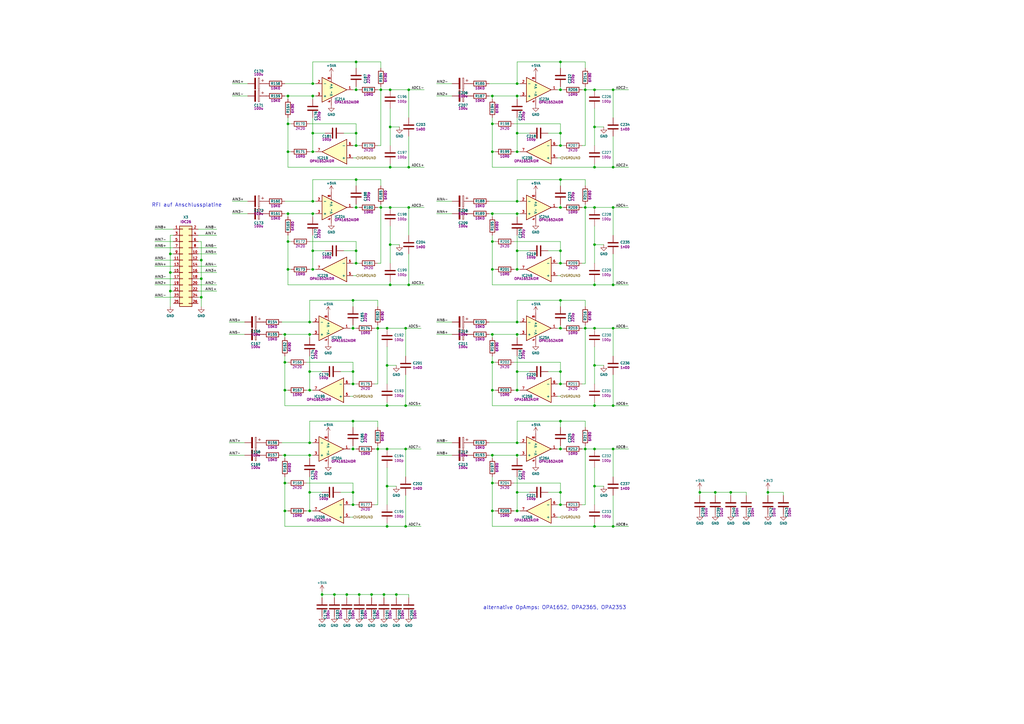
<source format=kicad_sch>
(kicad_sch (version 20230121) (generator eeschema)
  (paper "A3")
  (junction (at 160.02 100.33))
  (junction (at 201.93 110.49))
  (junction (at 251.46 215.9))
  (junction (at 243.84 215.9))
  (junction (at 116.84 148.59))
  (junction (at 166.37 134.62))
  (junction (at 128.27 110.49))
  (junction (at 212.09 137.16))
  (junction (at 212.09 82.55))
  (junction (at 144.78 123.19))
  (junction (at 212.09 110.49))
  (junction (at 201.93 62.23))
  (junction (at 229.87 102.87))
  (junction (at 127 186.69))
  (junction (at 251.46 166.37))
  (junction (at 118.11 50.8))
  (junction (at 201.93 87.63))
  (junction (at 201.93 209.55))
  (junction (at 243.84 100.33))
  (junction (at 229.87 172.72))
  (junction (at 251.46 134.62))
  (junction (at 118.11 87.63))
  (junction (at 201.93 137.16))
  (junction (at 240.03 134.62))
  (junction (at 144.78 152.4))
  (junction (at 212.09 152.4))
  (junction (at 69.85 104.14))
  (junction (at 229.87 157.48))
  (junction (at 146.05 59.69))
  (junction (at 162.56 243.84))
  (junction (at 128.27 87.63))
  (junction (at 128.27 34.29))
  (junction (at 118.11 62.23))
  (junction (at 212.09 39.37))
  (junction (at 144.78 184.15))
  (junction (at 212.09 181.61))
  (junction (at 251.46 85.09))
  (junction (at 240.03 36.83))
  (junction (at 229.87 25.4))
  (junction (at 144.78 157.48))
  (junction (at 212.09 160.02))
  (junction (at 137.16 243.84))
  (junction (at 229.87 152.4))
  (junction (at 146.05 25.4))
  (junction (at 69.85 119.38))
  (junction (at 251.46 116.84))
  (junction (at 201.93 99.06))
  (junction (at 158.75 215.9))
  (junction (at 229.87 85.09))
  (junction (at 167.64 36.83))
  (junction (at 154.94 134.62))
  (junction (at 243.84 149.86))
  (junction (at 201.93 50.8))
  (junction (at 82.55 106.68))
  (junction (at 160.02 36.83))
  (junction (at 146.05 107.95))
  (junction (at 243.84 116.84))
  (junction (at 166.37 215.9))
  (junction (at 240.03 184.15))
  (junction (at 229.87 73.66))
  (junction (at 158.75 166.37))
  (junction (at 243.84 134.62))
  (junction (at 293.37 201.93))
  (junction (at 146.05 36.83))
  (junction (at 243.84 199.39))
  (junction (at 201.93 39.37))
  (junction (at 146.05 54.61))
  (junction (at 127 201.93))
  (junction (at 82.55 114.3))
  (junction (at 229.87 59.69))
  (junction (at 128.27 54.61))
  (junction (at 240.03 85.09))
  (junction (at 158.75 149.86))
  (junction (at 127 137.16))
  (junction (at 158.75 134.62))
  (junction (at 128.27 39.37))
  (junction (at 127 132.08))
  (junction (at 229.87 123.19))
  (junction (at 146.05 85.09))
  (junction (at 158.75 184.15))
  (junction (at 243.84 36.83))
  (junction (at 201.93 160.02))
  (junction (at 212.09 87.63))
  (junction (at 229.87 207.01))
  (junction (at 212.09 54.61))
  (junction (at 146.05 102.87))
  (junction (at 147.32 243.84))
  (junction (at 167.64 68.58))
  (junction (at 116.84 198.12))
  (junction (at 118.11 110.49))
  (junction (at 287.02 201.93))
  (junction (at 229.87 36.83))
  (junction (at 201.93 186.69))
  (junction (at 152.4 243.84))
  (junction (at 212.09 102.87))
  (junction (at 212.09 209.55))
  (junction (at 160.02 85.09))
  (junction (at 144.78 207.01))
  (junction (at 156.21 36.83))
  (junction (at 243.84 52.07))
  (junction (at 116.84 160.02))
  (junction (at 69.85 111.76))
  (junction (at 160.02 52.07))
  (junction (at 243.84 85.09))
  (junction (at 167.64 85.09))
  (junction (at 212.09 62.23))
  (junction (at 128.27 102.87))
  (junction (at 144.78 201.93))
  (junction (at 212.09 201.93))
  (junction (at 243.84 184.15))
  (junction (at 128.27 82.55))
  (junction (at 128.27 62.23))
  (junction (at 201.93 198.12))
  (junction (at 229.87 107.95))
  (junction (at 116.84 186.69))
  (junction (at 212.09 132.08))
  (junction (at 201.93 148.59))
  (junction (at 160.02 116.84))
  (junction (at 299.72 201.93))
  (junction (at 146.05 73.66))
  (junction (at 154.94 184.15))
  (junction (at 166.37 166.37))
  (junction (at 127 160.02))
  (junction (at 118.11 39.37))
  (junction (at 212.09 34.29))
  (junction (at 82.55 121.92))
  (junction (at 158.75 199.39))
  (junction (at 132.08 243.84))
  (junction (at 156.21 85.09))
  (junction (at 118.11 99.06))
  (junction (at 144.78 134.62))
  (junction (at 160.02 68.58))
  (junction (at 229.87 54.61))
  (junction (at 166.37 184.15))
  (junction (at 251.46 184.15))
  (junction (at 251.46 36.83))
  (junction (at 212.09 186.69))
  (junction (at 116.84 137.16))
  (junction (at 142.24 243.84))
  (junction (at 229.87 201.93))
  (junction (at 167.64 116.84))
  (junction (at 127 209.55))
  (junction (at 229.87 184.15))
  (junction (at 127 152.4))
  (junction (at 229.87 134.62))
  (junction (at 251.46 68.58))
  (junction (at 157.48 243.84))
  (junction (at 314.96 201.93))
  (junction (at 144.78 172.72))
  (junction (at 116.84 209.55))
  (junction (at 127 181.61))
  (junction (at 243.84 68.58))
  (junction (at 243.84 166.37))
  (wire (pts (xy 71.12 101.6) (xy 63.5 101.6)))
  (wire (pts (xy 185.42 87.63) (xy 179.07 87.63)))
  (wire (pts (xy 240.03 134.62) (xy 243.84 134.62)))
  (wire (pts (xy 118.11 50.8) (xy 119.38 50.8)))
  (wire (pts (xy 162.56 199.39) (xy 158.75 199.39)))
  (wire (pts (xy 132.08 242.57) (xy 132.08 243.84)))
  (wire (pts (xy 144.78 157.48) (xy 143.51 157.48)))
  (wire (pts (xy 128.27 102.87) (xy 128.27 96.52)))
  (wire (pts (xy 116.84 209.55) (xy 116.84 215.9)))
  (wire (pts (xy 229.87 99.06) (xy 210.82 99.06)))
  (wire (pts (xy 127 160.02) (xy 125.73 160.02)))
  (wire (pts (xy 162.56 149.86) (xy 158.75 149.86)))
  (wire (pts (xy 157.48 243.84) (xy 157.48 245.11)))
  (wire (pts (xy 229.87 50.8) (xy 210.82 50.8)))
  (wire (pts (xy 146.05 59.69) (xy 144.78 59.69)))
  (wire (pts (xy 147.32 107.95) (xy 146.05 107.95)))
  (wire (pts (xy 229.87 35.56) (xy 229.87 36.83)))
  (wire (pts (xy 100.33 186.69) (xy 93.98 186.69)))
  (wire (pts (xy 81.28 109.22) (xy 88.9 109.22)))
  (wire (pts (xy 160.02 68.58) (xy 167.64 68.58)))
  (wire (pts (xy 240.03 123.19) (xy 240.03 125.73)))
  (wire (pts (xy 128.27 54.61) (xy 128.27 48.26)))
  (wire (pts (xy 243.84 115.57) (xy 243.84 116.84)))
  (wire (pts (xy 185.42 34.29) (xy 179.07 34.29)))
  (wire (pts (xy 156.21 107.95) (xy 154.94 107.95)))
  (wire (pts (xy 146.05 73.66) (xy 128.27 73.66)))
  (wire (pts (xy 118.11 116.84) (xy 160.02 116.84)))
  (wire (pts (xy 154.94 172.72) (xy 154.94 175.26)))
  (wire (pts (xy 146.05 54.61) (xy 146.05 59.69)))
  (wire (pts (xy 144.78 148.59) (xy 144.78 152.4)))
  (wire (pts (xy 116.84 198.12) (xy 118.11 198.12)))
  (wire (pts (xy 229.87 25.4) (xy 212.09 25.4)))
  (wire (pts (xy 240.03 36.83) (xy 243.84 36.83)))
  (wire (pts (xy 158.75 165.1) (xy 158.75 166.37)))
  (wire (pts (xy 156.21 85.09) (xy 156.21 107.95)))
  (wire (pts (xy 116.84 195.58) (xy 116.84 198.12)))
  (wire (pts (xy 201.93 40.64) (xy 201.93 39.37)))
  (wire (pts (xy 251.46 184.15) (xy 251.46 195.58)))
  (wire (pts (xy 144.78 207.01) (xy 143.51 207.01)))
  (wire (pts (xy 146.05 36.83) (xy 147.32 36.83)))
  (wire (pts (xy 229.87 125.73) (xy 229.87 123.19)))
  (wire (pts (xy 146.05 157.48) (xy 144.78 157.48)))
  (wire (pts (xy 212.09 39.37) (xy 213.36 39.37)))
  (wire (pts (xy 81.28 99.06) (xy 82.55 99.06)))
  (wire (pts (xy 243.84 100.33) (xy 243.84 92.71)))
  (wire (pts (xy 154.94 184.15) (xy 154.94 182.88)))
  (wire (pts (xy 160.02 85.09) (xy 167.64 85.09)))
  (wire (pts (xy 203.2 160.02) (xy 201.93 160.02)))
  (wire (pts (xy 228.6 85.09) (xy 229.87 85.09)))
  (wire (pts (xy 116.84 146.05) (xy 116.84 148.59)))
  (wire (pts (xy 144.78 172.72) (xy 127 172.72)))
  (wire (pts (xy 247.65 100.33) (xy 243.84 100.33)))
  (wire (pts (xy 213.36 160.02) (xy 212.09 160.02)))
  (wire (pts (xy 240.03 134.62) (xy 240.03 133.35)))
  (wire (pts (xy 118.11 209.55) (xy 116.84 209.55)))
  (wire (pts (xy 146.05 107.95) (xy 144.78 107.95)))
  (wire (pts (xy 118.11 48.26) (xy 118.11 50.8)))
  (wire (pts (xy 144.78 175.26) (xy 144.78 172.72)))
  (wire (pts (xy 128.27 102.87) (xy 128.27 110.49)))
  (wire (pts (xy 167.64 243.84) (xy 167.64 245.11)))
  (wire (pts (xy 212.09 172.72) (xy 212.09 181.61)))
  (wire (pts (xy 81.28 111.76) (xy 88.9 111.76)))
  (wire (pts (xy 201.93 116.84) (xy 243.84 116.84)))
  (wire (pts (xy 152.4 243.84) (xy 152.4 245.11)))
  (wire (pts (xy 314.96 201.93) (xy 314.96 203.2)))
  (wire (pts (xy 229.87 133.35) (xy 229.87 134.62)))
  (wire (pts (xy 238.76 184.15) (xy 240.03 184.15)))
  (wire (pts (xy 212.09 40.64) (xy 212.09 39.37)))
  (wire (pts (xy 101.6 34.29) (xy 95.25 34.29)))
  (wire (pts (xy 251.46 104.14) (xy 251.46 116.84)))
  (wire (pts (xy 167.64 55.88) (xy 167.64 68.58)))
  (wire (pts (xy 101.6 82.55) (xy 95.25 82.55)))
  (wire (pts (xy 251.46 68.58) (xy 257.81 68.58)))
  (wire (pts (xy 224.79 201.93) (xy 229.87 201.93)))
  (wire (pts (xy 229.87 25.4) (xy 240.03 25.4)))
  (wire (pts (xy 251.46 55.88) (xy 251.46 68.58)))
  (wire (pts (xy 166.37 166.37) (xy 172.72 166.37)))
  (wire (pts (xy 251.46 166.37) (xy 257.81 166.37)))
  (wire (pts (xy 157.48 243.84) (xy 162.56 243.84)))
  (wire (pts (xy 240.03 207.01) (xy 238.76 207.01)))
  (wire (pts (xy 143.51 212.09) (xy 144.78 212.09)))
  (wire (pts (xy 69.85 111.76) (xy 69.85 119.38)))
  (wire (pts (xy 163.83 52.07) (xy 160.02 52.07)))
  (wire (pts (xy 156.21 85.09) (xy 160.02 85.09)))
  (wire (pts (xy 229.87 198.12) (xy 229.87 201.93)))
  (wire (pts (xy 212.09 123.19) (xy 212.09 132.08)))
  (wire (pts (xy 158.75 157.48) (xy 158.75 149.86)))
  (wire (pts (xy 156.21 73.66) (xy 156.21 76.2)))
  (wire (pts (xy 118.11 110.49) (xy 118.11 116.84)))
  (wire (pts (xy 116.84 166.37) (xy 158.75 166.37)))
  (wire (pts (xy 160.02 59.69) (xy 160.02 52.07)))
  (wire (pts (xy 71.12 114.3) (xy 63.5 114.3)))
  (wire (pts (xy 293.37 201.93) (xy 293.37 203.2)))
  (wire (pts (xy 133.35 54.61) (xy 128.27 54.61)))
  (wire (pts (xy 200.66 87.63) (xy 201.93 87.63)))
  (wire (pts (xy 240.03 36.83) (xy 240.03 35.56)))
  (wire (pts (xy 147.32 243.84) (xy 152.4 243.84)))
  (wire (pts (xy 229.87 73.66) (xy 212.09 73.66)))
  (wire (pts (xy 251.46 153.67) (xy 251.46 166.37)))
  (wire (pts (xy 156.21 36.83) (xy 156.21 59.69)))
  (wire (pts (xy 128.27 132.08) (xy 127 132.08)))
  (wire (pts (xy 293.37 201.93) (xy 299.72 201.93)))
  (wire (pts (xy 100.33 137.16) (xy 93.98 137.16)))
  (wire (pts (xy 127 172.72) (xy 127 181.61)))
  (wire (pts (xy 146.05 25.4) (xy 128.27 25.4)))
  (wire (pts (xy 287.02 201.93) (xy 287.02 203.2)))
  (wire (pts (xy 201.93 62.23) (xy 201.93 50.8)))
  (wire (pts (xy 212.09 54.61) (xy 212.09 48.26)))
  (wire (pts (xy 143.51 184.15) (xy 144.78 184.15)))
  (wire (pts (xy 185.42 181.61) (xy 179.07 181.61)))
  (wire (pts (xy 154.94 134.62) (xy 154.94 133.35)))
  (wire (pts (xy 128.27 25.4) (xy 128.27 34.29)))
  (wire (pts (xy 229.87 172.72) (xy 212.09 172.72)))
  (wire (pts (xy 154.94 134.62) (xy 154.94 157.48)))
  (wire (pts (xy 127 137.16) (xy 128.27 137.16)))
  (wire (pts (xy 144.78 123.19) (xy 154.94 123.19)))
  (wire (pts (xy 240.03 157.48) (xy 238.76 157.48)))
  (wire (pts (xy 229.87 175.26) (xy 229.87 172.72)))
  (wire (pts (xy 128.27 39.37) (xy 129.54 39.37)))
  (wire (pts (xy 160.02 107.95) (xy 160.02 100.33)))
  (wire (pts (xy 243.84 214.63) (xy 243.84 215.9)))
  (wire (pts (xy 146.05 76.2) (xy 146.05 73.66)))
  (wire (pts (xy 128.27 160.02) (xy 127 160.02)))
  (wire (pts (xy 167.64 36.83) (xy 173.99 36.83)))
  (wire (pts (xy 158.75 134.62) (xy 166.37 134.62)))
  (wire (pts (xy 128.27 54.61) (xy 128.27 62.23)))
  (wire (pts (xy 229.87 99.06) (xy 229.87 102.87)))
  (wire (pts (xy 69.85 119.38) (xy 71.12 119.38)))
  (wire (pts (xy 229.87 198.12) (xy 210.82 198.12)))
  (wire (pts (xy 229.87 201.93) (xy 229.87 207.01)))
  (wire (pts (xy 144.78 198.12) (xy 125.73 198.12)))
  (wire (pts (xy 154.94 123.19) (xy 154.94 125.73)))
  (wire (pts (xy 144.78 64.77) (xy 146.05 64.77)))
  (wire (pts (xy 229.87 123.19) (xy 212.09 123.19)))
  (wire (pts (xy 201.93 99.06) (xy 203.2 99.06)))
  (wire (pts (xy 144.78 125.73) (xy 144.78 123.19)))
  (wire (pts (xy 127 209.55) (xy 125.73 209.55)))
  (wire (pts (xy 128.27 87.63) (xy 129.54 87.63)))
  (wire (pts (xy 231.14 157.48) (xy 229.87 157.48)))
  (wire (pts (xy 213.36 181.61) (xy 212.09 181.61)))
  (wire (pts (xy 82.55 106.68) (xy 82.55 114.3)))
  (wire (pts (xy 154.94 184.15) (xy 154.94 207.01)))
  (wire (pts (xy 156.21 85.09) (xy 156.21 83.82)))
  (wire (pts (xy 144.78 123.19) (xy 127 123.19)))
  (wire (pts (xy 229.87 123.19) (xy 240.03 123.19)))
  (wire (pts (xy 201.93 68.58) (xy 243.84 68.58)))
  (wire (pts (xy 299.72 201.93) (xy 306.07 201.93)))
  (wire (pts (xy 81.28 104.14) (xy 88.9 104.14)))
  (wire (pts (xy 201.93 88.9) (xy 201.93 87.63)))
  (wire (pts (xy 71.12 96.52) (xy 69.85 96.52)))
  (wire (pts (xy 167.64 85.09) (xy 173.99 85.09)))
  (wire (pts (xy 127 186.69) (xy 128.27 186.69)))
  (wire (pts (xy 115.57 132.08) (xy 127 132.08)))
  (wire (pts (xy 146.05 73.66) (xy 156.21 73.66)))
  (wire (pts (xy 139.7 152.4) (xy 144.78 152.4)))
  (wire (pts (xy 116.84 39.37) (xy 118.11 39.37)))
  (wire (pts (xy 129.54 82.55) (xy 128.27 82.55)))
  (wire (pts (xy 228.6 184.15) (xy 229.87 184.15)))
  (wire (pts (xy 243.84 184.15) (xy 251.46 184.15)))
  (wire (pts (xy 71.12 99.06) (xy 63.5 99.06)))
  (wire (pts (xy 240.03 184.15) (xy 240.03 182.88)))
  (wire (pts (xy 166.37 134.62) (xy 166.37 146.05)))
  (wire (pts (xy 146.05 50.8) (xy 127 50.8)))
  (wire (pts (xy 203.2 209.55) (xy 201.93 209.55)))
  (wire (pts (xy 146.05 102.87) (xy 146.05 107.95)))
  (wire (pts (xy 201.93 87.63) (xy 212.09 87.63)))
  (wire (pts (xy 166.37 184.15) (xy 172.72 184.15)))
  (wire (pts (xy 200.66 132.08) (xy 212.09 132.08)))
  (wire (pts (xy 201.93 110.49) (xy 201.93 116.84)))
  (wire (pts (xy 201.93 62.23) (xy 201.93 68.58)))
  (wire (pts (xy 229.87 76.2) (xy 229.87 73.66)))
  (wire (pts (xy 229.87 172.72) (xy 240.03 172.72)))
  (wire (pts (xy 201.93 160.02) (xy 201.93 166.37)))
  (wire (pts (xy 116.84 160.02) (xy 116.84 166.37)))
  (wire (pts (xy 247.65 52.07) (xy 243.84 52.07)))
  (wire (pts (xy 71.12 93.98) (xy 63.5 93.98)))
  (wire (pts (xy 240.03 184.15) (xy 243.84 184.15)))
  (wire (pts (xy 144.78 113.03) (xy 146.05 113.03)))
  (wire (pts (xy 243.84 165.1) (xy 243.84 166.37)))
  (wire (pts (xy 240.03 25.4) (xy 240.03 27.94)))
  (wire (pts (xy 147.32 243.84) (xy 147.32 245.11)))
  (wire (pts (xy 129.54 62.23) (xy 128.27 62.23)))
  (wire (pts (xy 201.93 48.26) (xy 201.93 50.8)))
  (wire (pts (xy 229.87 36.83) (xy 231.14 36.83)))
  (wire (pts (xy 146.05 50.8) (xy 146.05 54.61)))
  (wire (pts (xy 229.87 27.94) (xy 229.87 25.4)))
  (wire (pts (xy 129.54 110.49) (xy 128.27 110.49)))
  (wire (pts (xy 212.09 137.16) (xy 213.36 137.16)))
  (wire (pts (xy 144.78 148.59) (xy 125.73 148.59)))
  (wire (pts (xy 146.05 35.56) (xy 146.05 36.83)))
  (wire (pts (xy 71.12 121.92) (xy 63.5 121.92)))
  (wire (pts (xy 203.2 110.49) (xy 201.93 110.49)))
  (wire (pts (xy 146.05 25.4) (xy 156.21 25.4)))
  (wire (pts (xy 127 201.93) (xy 127 209.55)))
  (wire (pts (xy 143.51 134.62) (xy 144.78 134.62)))
  (wire (pts (xy 224.79 54.61) (xy 229.87 54.61)))
  (wire (pts (xy 201.93 186.69) (xy 212.09 186.69)))
  (wire (pts (xy 82.55 121.92) (xy 81.28 121.92)))
  (wire (pts (xy 238.76 134.62) (xy 240.03 134.62)))
  (wire (pts (xy 185.42 186.69) (xy 179.07 186.69)))
  (wire (pts (xy 212.09 152.4) (xy 212.09 160.02)))
  (wire (pts (xy 240.03 172.72) (xy 240.03 175.26)))
  (wire (pts (xy 166.37 184.15) (xy 166.37 195.58)))
  (wire (pts (xy 201.93 160.02) (xy 201.93 148.59)))
  (wire (pts (xy 142.24 243.84) (xy 142.24 245.11)))
  (wire (pts (xy 133.35 102.87) (xy 128.27 102.87)))
  (wire (pts (xy 116.84 187.96) (xy 116.84 186.69)))
  (wire (pts (xy 118.11 62.23) (xy 118.11 68.58)))
  (wire (pts (xy 201.93 209.55) (xy 201.93 198.12)))
  (wire (pts (xy 251.46 184.15) (xy 257.81 184.15)))
  (wire (pts (xy 154.94 36.83) (xy 156.21 36.83)))
  (wire (pts (xy 185.42 82.55) (xy 179.07 82.55)))
  (wire (pts (xy 247.65 149.86) (xy 243.84 149.86)))
  (wire (pts (xy 321.31 201.93) (xy 314.96 201.93)))
  (wire (pts (xy 156.21 36.83) (xy 156.21 35.56)))
  (wire (pts (xy 212.09 25.4) (xy 212.09 34.29)))
  (wire (pts (xy 229.87 182.88) (xy 229.87 184.15)))
  (wire (pts (xy 201.93 110.49) (xy 201.93 99.06)))
  (wire (pts (xy 116.84 137.16) (xy 127 137.16)))
  (wire (pts (xy 229.87 50.8) (xy 229.87 54.61)))
  (wire (pts (xy 132.08 201.93) (xy 127 201.93)))
  (wire (pts (xy 132.08 152.4) (xy 127 152.4)))
  (wire (pts (xy 116.84 34.29) (xy 128.27 34.29)))
  (wire (pts (xy 213.36 132.08) (xy 212.09 132.08)))
  (wire (pts (xy 118.11 39.37) (xy 128.27 39.37)))
  (wire (pts (xy 229.87 184.15) (xy 231.14 184.15)))
  (wire (pts (xy 144.78 36.83) (xy 146.05 36.83)))
  (wire (pts (xy 115.57 181.61) (xy 127 181.61)))
  (wire (pts (xy 212.09 87.63) (xy 213.36 87.63)))
  (wire (pts (xy 116.84 160.02) (xy 116.84 148.59)))
  (wire (pts (xy 118.11 62.23) (xy 118.11 50.8)))
  (wire (pts (xy 119.38 110.49) (xy 118.11 110.49)))
  (wire (pts (xy 167.64 85.09) (xy 167.64 96.52)))
  (wire (pts (xy 213.36 82.55) (xy 212.09 82.55)))
  (wire (pts (xy 299.72 201.93) (xy 299.72 203.2)))
  (wire (pts (xy 201.93 215.9) (xy 243.84 215.9)))
  (wire (pts (xy 251.46 134.62) (xy 251.46 146.05)))
  (wire (pts (xy 137.16 243.84) (xy 137.16 245.11)))
  (wire (pts (xy 144.78 152.4) (xy 144.78 157.48)))
  (wire (pts (xy 212.09 102.87) (xy 212.09 110.49)))
  (wire (pts (xy 144.78 85.09) (xy 146.05 85.09)))
  (wire (pts (xy 118.11 99.06) (xy 119.38 99.06)))
  (wire (pts (xy 217.17 152.4) (xy 212.09 152.4)))
  (wire (pts (xy 147.32 59.69) (xy 146.05 59.69)))
  (wire (pts (xy 160.02 115.57) (xy 160.02 116.84)))
  (wire (pts (xy 238.76 36.83) (xy 240.03 36.83)))
  (wire (pts (xy 71.12 106.68) (xy 63.5 106.68)))
  (wire (pts (xy 128.27 73.66) (xy 128.27 82.55)))
  (wire (pts (xy 144.78 133.35) (xy 144.78 134.62)))
  (wire (pts (xy 158.75 214.63) (xy 158.75 215.9)))
  (wire (pts (xy 156.21 36.83) (xy 160.02 36.83)))
  (wire (pts (xy 229.87 85.09) (xy 231.14 85.09)))
  (wire (pts (xy 69.85 96.52) (xy 69.85 104.14)))
  (wire (pts (xy 212.09 110.49) (xy 210.82 110.49)))
  (wire (pts (xy 229.87 134.62) (xy 231.14 134.62)))
  (wire (pts (xy 167.64 36.83) (xy 167.64 48.26)))
  (wire (pts (xy 240.03 134.62) (xy 240.03 157.48)))
  (wire (pts (xy 217.17 54.61) (xy 212.09 54.61)))
  (wire (pts (xy 158.75 207.01) (xy 158.75 199.39)))
  (wire (pts (xy 243.84 166.37) (xy 251.46 166.37)))
  (wire (pts (xy 81.28 114.3) (xy 82.55 114.3)))
  (wire (pts (xy 287.02 200.66) (xy 287.02 201.93)))
  (wire (pts (xy 144.78 134.62) (xy 146.05 134.62)))
  (wire (pts (xy 118.11 87.63) (xy 128.27 87.63)))
  (wire (pts (xy 251.46 134.62) (xy 257.81 134.62)))
  (wire (pts (xy 118.11 88.9) (xy 118.11 87.63)))
  (wire (pts (xy 229.87 148.59) (xy 229.87 152.4)))
  (wire (pts (xy 146.05 83.82) (xy 146.05 85.09)))
  (wire (pts (xy 251.46 116.84) (xy 257.81 116.84)))
  (wire (pts (xy 217.17 102.87) (xy 212.09 102.87)))
  (wire (pts (xy 201.93 138.43) (xy 201.93 137.16)))
  (wire (pts (xy 69.85 104.14) (xy 69.85 111.76)))
  (wire (pts (xy 200.66 137.16) (xy 201.93 137.16)))
  (wire (pts (xy 228.6 36.83) (xy 229.87 36.83)))
  (wire (pts (xy 229.87 157.48) (xy 228.6 157.48)))
  (wire (pts (xy 118.11 68.58) (xy 160.02 68.58)))
  (wire (pts (xy 156.21 59.69) (xy 154.94 59.69)))
  (wire (pts (xy 144.78 201.93) (xy 144.78 207.01)))
  (wire (pts (xy 201.93 187.96) (xy 201.93 186.69)))
  (wire (pts (xy 82.55 114.3) (xy 82.55 121.92)))
  (wire (pts (xy 158.75 184.15) (xy 166.37 184.15)))
  (wire (pts (xy 229.87 152.4) (xy 229.87 157.48)))
  (wire (pts (xy 166.37 134.62) (xy 172.72 134.62)))
  (wire (pts (xy 162.56 243.84) (xy 162.56 245.11)))
  (wire (pts (xy 240.03 59.69) (xy 238.76 59.69)))
  (wire (pts (xy 212.09 73.66) (xy 212.09 82.55)))
  (wire (pts (xy 132.08 243.84) (xy 132.08 245.11)))
  (wire (pts (xy 160.02 67.31) (xy 160.02 68.58)))
  (wire (pts (xy 143.51 162.56) (xy 144.78 162.56)))
  (wire (pts (xy 129.54 34.29) (xy 128.27 34.29)))
  (wire (pts (xy 212.09 201.93) (xy 212.09 195.58)))
  (wire (pts (xy 228.6 64.77) (xy 229.87 64.77)))
  (wire (pts (xy 128.27 40.64) (xy 128.27 39.37)))
  (wire (pts (xy 212.09 62.23) (xy 210.82 62.23)))
  (wire (pts (xy 81.28 116.84) (xy 88.9 116.84)))
  (wire (pts (xy 224.79 152.4) (xy 229.87 152.4)))
  (wire (pts (xy 71.12 116.84) (xy 63.5 116.84)))
  (wire (pts (xy 212.09 138.43) (xy 212.09 137.16)))
  (wire (pts (xy 306.07 201.93) (xy 306.07 203.2)))
  (wire (pts (xy 243.84 215.9) (xy 251.46 215.9)))
  (wire (pts (xy 201.93 137.16) (xy 212.09 137.16)))
  (wire (pts (xy 162.56 243.84) (xy 167.64 243.84)))
  (wire (pts (xy 201.93 195.58) (xy 201.93 198.12)))
  (wire (pts (xy 128.27 110.49) (xy 127 110.49)))
  (wire (pts (xy 251.46 85.09) (xy 251.46 96.52)))
  (wire (pts (xy 160.02 100.33) (xy 160.02 92.71)))
  (wire (pts (xy 144.78 182.88) (xy 144.78 184.15)))
  (wire (pts (xy 81.28 119.38) (xy 88.9 119.38)))
  (wire (pts (xy 287.02 201.93) (xy 293.37 201.93)))
  (wire (pts (xy 229.87 148.59) (xy 210.82 148.59)))
  (wire (pts (xy 213.36 209.55) (xy 212.09 209.55)))
  (wire (pts (xy 251.46 85.09) (xy 257.81 85.09)))
  (wire (pts (xy 212.09 88.9) (xy 212.09 87.63)))
  (wire (pts (xy 160.02 52.07) (xy 160.02 44.45)))
  (wire (pts (xy 115.57 186.69) (xy 116.84 186.69)))
  (wire (pts (xy 212.09 152.4) (xy 212.09 146.05)))
  (wire (pts (xy 243.84 59.69) (xy 243.84 52.07)))
  (wire (pts (xy 71.12 104.14) (xy 69.85 104.14)))
  (wire (pts (xy 119.38 62.23) (xy 118.11 62.23)))
  (wire (pts (xy 144.78 172.72) (xy 154.94 172.72)))
  (wire (pts (xy 228.6 212.09) (xy 229.87 212.09)))
  (wire (pts (xy 82.55 99.06) (xy 82.55 106.68)))
  (wire (pts (xy 217.17 201.93) (xy 212.09 201.93)))
  (wire (pts (xy 212.09 201.93) (xy 212.09 209.55)))
  (wire (pts (xy 146.05 207.01) (xy 144.78 207.01)))
  (wire (pts (xy 158.75 215.9) (xy 166.37 215.9)))
  (wire (pts (xy 166.37 153.67) (xy 166.37 166.37)))
  (wire (pts (xy 153.67 134.62) (xy 154.94 134.62)))
  (wire (pts (xy 144.78 198.12) (xy 144.78 201.93)))
  (wire (pts (xy 158.75 199.39) (xy 158.75 191.77)))
  (wire (pts (xy 243.84 85.09) (xy 251.46 85.09)))
  (wire (pts (xy 229.87 83.82) (xy 229.87 85.09)))
  (wire (pts (xy 116.84 148.59) (xy 118.11 148.59)))
  (wire (pts (xy 243.84 68.58) (xy 251.46 68.58)))
  (wire (pts (xy 213.36 34.29) (xy 212.09 34.29)))
  (wire (pts (xy 212.09 102.87) (xy 212.09 96.52)))
  (wire (pts (xy 100.33 181.61) (xy 93.98 181.61)))
  (wire (pts (xy 139.7 201.93) (xy 144.78 201.93)))
  (wire (pts (xy 158.75 149.86) (xy 158.75 142.24)))
  (wire (pts (xy 146.05 27.94) (xy 146.05 25.4)))
  (wire (pts (xy 101.6 87.63) (xy 95.25 87.63)))
  (wire (pts (xy 212.09 187.96) (xy 212.09 186.69)))
  (wire (pts (xy 251.46 36.83) (xy 257.81 36.83)))
  (wire (pts (xy 243.84 149.86) (xy 243.84 142.24)))
  (wire (pts (xy 71.12 109.22) (xy 63.5 109.22)))
  (wire (pts (xy 201.93 146.05) (xy 201.93 148.59)))
  (wire (pts (xy 231.14 207.01) (xy 229.87 207.01)))
  (wire (pts (xy 243.84 67.31) (xy 243.84 68.58)))
  (wire (pts (xy 127 123.19) (xy 127 132.08)))
  (wire (pts (xy 167.64 116.84) (xy 173.99 116.84)))
  (wire (pts (xy 240.03 36.83) (xy 240.03 59.69)))
  (wire (pts (xy 101.6 39.37) (xy 95.25 39.37)))
  (wire (pts (xy 201.93 50.8) (xy 203.2 50.8)))
  (wire (pts (xy 69.85 119.38) (xy 69.85 125.73)))
  (wire (pts (xy 231.14 59.69) (xy 229.87 59.69)))
  (wire (pts (xy 240.03 85.09) (xy 240.03 83.82)))
  (wire (pts (xy 200.66 186.69) (xy 201.93 186.69)))
  (wire (pts (xy 229.87 73.66) (xy 240.03 73.66)))
  (wire (pts (xy 116.84 82.55) (xy 128.27 82.55)))
  (wire (pts (xy 154.94 85.09) (xy 156.21 85.09)))
  (wire (pts (xy 153.67 184.15) (xy 154.94 184.15)))
  (wire (pts (xy 240.03 85.09) (xy 240.03 107.95)))
  (wire (pts (xy 229.87 207.01) (xy 228.6 207.01)))
  (wire (pts (xy 321.31 203.2) (xy 321.31 201.93)))
  (wire (pts (xy 243.84 36.83) (xy 251.46 36.83)))
  (wire (pts (xy 251.46 203.2) (xy 251.46 215.9)))
  (wire (pts (xy 185.42 132.08) (xy 179.07 132.08)))
  (wire (pts (xy 201.93 209.55) (xy 201.93 215.9)))
  (wire (pts (xy 116.84 87.63) (xy 118.11 87.63)))
  (wire (pts (xy 160.02 116.84) (xy 167.64 116.84)))
  (wire (pts (xy 166.37 203.2) (xy 166.37 215.9)))
  (wire (pts (xy 229.87 102.87) (xy 229.87 107.95)))
  (wire (pts (xy 243.84 107.95) (xy 243.84 100.33)))
  (wire (pts (xy 152.4 243.84) (xy 157.48 243.84)))
  (wire (pts (xy 185.42 39.37) (xy 179.07 39.37)))
  (wire (pts (xy 201.93 148.59) (xy 203.2 148.59)))
  (wire (pts (xy 229.87 107.95) (xy 228.6 107.95)))
  (wire (pts (xy 154.94 157.48) (xy 153.67 157.48)))
  (wire (pts (xy 314.96 200.66) (xy 314.96 201.93)))
  (wire (pts (xy 81.28 93.98) (xy 88.9 93.98)))
  (wire (pts (xy 118.11 160.02) (xy 116.84 160.02)))
  (wire (pts (xy 200.66 34.29) (xy 212.09 34.29)))
  (wire (pts (xy 116.84 186.69) (xy 127 186.69)))
  (wire (pts (xy 71.12 111.76) (xy 69.85 111.76)))
  (wire (pts (xy 243.84 52.07) (xy 243.84 44.45)))
  (wire (pts (xy 140.97 54.61) (xy 146.05 54.61)))
  (wire (pts (xy 132.08 243.84) (xy 137.16 243.84)))
  (wire (pts (xy 116.84 215.9) (xy 158.75 215.9)))
  (wire (pts (xy 146.05 99.06) (xy 127 99.06)))
  (wire (pts (xy 240.03 85.09) (xy 243.84 85.09)))
  (wire (pts (xy 128.27 181.61) (xy 127 181.61)))
  (wire (pts (xy 127 201.93) (xy 127 195.58)))
  (wire (pts (xy 82.55 121.92) (xy 82.55 125.73)))
  (wire (pts (xy 127 187.96) (xy 127 186.69)))
  (wire (pts (xy 140.97 102.87) (xy 146.05 102.87)))
  (wire (pts (xy 163.83 100.33) (xy 160.02 100.33)))
  (wire (pts (xy 127 152.4) (xy 127 160.02)))
  (wire (pts (xy 212.09 54.61) (xy 212.09 62.23)))
  (wire (pts (xy 156.21 25.4) (xy 156.21 27.94)))
  (wire (pts (xy 229.87 59.69) (xy 228.6 59.69)))
  (wire (pts (xy 167.64 68.58) (xy 173.99 68.58)))
  (wire (pts (xy 154.94 207.01) (xy 153.67 207.01)))
  (wire (pts (xy 243.84 207.01) (xy 243.84 199.39)))
  (wire (pts (xy 251.46 36.83) (xy 251.46 48.26)))
  (wire (pts (xy 200.66 181.61) (xy 212.09 181.61)))
  (wire (pts (xy 127 138.43) (xy 127 137.16)))
  (wire (pts (xy 238.76 85.09) (xy 240.03 85.09)))
  (wire (pts (xy 116.84 209.55) (xy 116.84 198.12)))
  (wire (pts (xy 146.05 99.06) (xy 146.05 102.87)))
  (wire (pts (xy 144.78 184.15) (xy 146.05 184.15)))
  (wire (pts (xy 243.84 134.62) (xy 251.46 134.62)))
  (wire (pts (xy 200.66 39.37) (xy 201.93 39.37)))
  (wire (pts (xy 201.93 166.37) (xy 243.84 166.37)))
  (wire (pts (xy 100.33 132.08) (xy 93.98 132.08)))
  (wire (pts (xy 213.36 110.49) (xy 212.09 110.49)))
  (wire (pts (xy 229.87 54.61) (xy 229.87 59.69)))
  (wire (pts (xy 154.94 134.62) (xy 158.75 134.62)))
  (wire (pts (xy 212.09 160.02) (xy 210.82 160.02)))
  (wire (pts (xy 240.03 73.66) (xy 240.03 76.2)))
  (wire (pts (xy 251.46 215.9) (xy 257.81 215.9)))
  (wire (pts (xy 116.84 138.43) (xy 116.84 137.16)))
  (wire (pts (xy 203.2 62.23) (xy 201.93 62.23)))
  (wire (pts (xy 201.93 198.12) (xy 203.2 198.12)))
  (wire (pts (xy 128.27 88.9) (xy 128.27 87.63)))
  (wire (pts (xy 127 152.4) (xy 127 146.05)))
  (wire (pts (xy 243.84 199.39) (xy 243.84 191.77)))
  (wire (pts (xy 81.28 96.52) (xy 88.9 96.52)))
  (wire (pts (xy 128.27 62.23) (xy 127 62.23)))
  (wire (pts (xy 137.16 243.84) (xy 142.24 243.84)))
  (wire (pts (xy 160.02 36.83) (xy 167.64 36.83)))
  (wire (pts (xy 142.24 243.84) (xy 147.32 243.84)))
  (wire (pts (xy 115.57 137.16) (xy 116.84 137.16)))
  (wire (pts (xy 201.93 96.52) (xy 201.93 99.06)))
  (wire (pts (xy 240.03 184.15) (xy 240.03 207.01)))
  (wire (pts (xy 243.84 116.84) (xy 251.46 116.84)))
  (wire (pts (xy 201.93 39.37) (xy 212.09 39.37)))
  (wire (pts (xy 228.6 134.62) (xy 229.87 134.62)))
  (wire (pts (xy 212.09 186.69) (xy 213.36 186.69)))
  (wire (pts (xy 166.37 215.9) (xy 172.72 215.9)))
  (wire (pts (xy 240.03 107.95) (xy 238.76 107.95)))
  (wire (pts (xy 224.79 102.87) (xy 229.87 102.87)))
  (wire (pts (xy 228.6 162.56) (xy 229.87 162.56)))
  (wire (pts (xy 212.09 209.55) (xy 210.82 209.55)))
  (wire (pts (xy 118.11 110.49) (xy 118.11 99.06)))
  (wire (pts (xy 200.66 82.55) (xy 212.09 82.55)))
  (wire (pts (xy 167.64 104.14) (xy 167.64 116.84)))
  (wire (pts (xy 247.65 199.39) (xy 243.84 199.39)))
  (wire (pts (xy 118.11 40.64) (xy 118.11 39.37)))
  (wire (pts (xy 146.05 85.09) (xy 147.32 85.09)))
  (wire (pts (xy 231.14 107.95) (xy 229.87 107.95)))
  (wire (pts (xy 81.28 101.6) (xy 88.9 101.6)))
  (wire (pts (xy 81.28 106.68) (xy 82.55 106.68)))
  (wire (pts (xy 158.75 166.37) (xy 166.37 166.37)))
  (wire (pts (xy 243.84 157.48) (xy 243.84 149.86)))
  (wire (pts (xy 128.27 209.55) (xy 127 209.55)))
  (wire (pts (xy 228.6 113.03) (xy 229.87 113.03)))
  (wire (pts (xy 185.42 137.16) (xy 179.07 137.16)))
  (wire (pts (xy 213.36 62.23) (xy 212.09 62.23)))
  (wire (pts (xy 118.11 96.52) (xy 118.11 99.06)))
  (wire (pts (xy 154.94 184.15) (xy 158.75 184.15)))
  (text "alternative OpAmps: OPA1652, OPA2365, OPA2353" (at 198.12 250.19 0) (effects (font (size 1.524 1.524)) (justify left bottom)))
  (text "RFI auf Anschlussplatine" (at 62.23 85.09 0) (effects (font (size 1.524 1.524)) (justify left bottom)))
  (label "AIN8+" (at 179.07 186.69 0) (effects (font (size 0.9906 0.9906))))
  (label "AIN7+" (at 93.98 181.61 0) (effects (font (size 0.9906 0.9906))))
  (label "ADC6+" (at 257.81 166.37 180) (effects (font (size 0.9906 0.9906))))
  (label "AIN4-" (at 179.07 82.55 0) (effects (font (size 0.9906 0.9906))))
  (label "ADC5-" (at 172.72 134.62 180) (effects (font (size 0.9906 0.9906))))
  (label "ADC8-" (at 257.81 184.15 180) (effects (font (size 0.9906 0.9906))))
  (label "AIN5-" (at 63.5 106.68 0) (effects (font (size 0.9906 0.9906))))
  (label "AIN6+" (at 179.07 137.16 0) (effects (font (size 0.9906 0.9906))))
  (label "ADC1-" (at 173.99 36.83 180) (effects (font (size 0.9906 0.9906))))
  (label "AIN8-" (at 88.9 93.98 180) (effects (font (size 0.9906 0.9906))))
  (label "AIN1-" (at 95.25 39.37 0) (effects (font (size 0.9906 0.9906))))
  (label "ADC4+" (at 257.81 116.84 180) (effects (font (size 0.9906 0.9906))))
  (label "AIN7+" (at 88.9 96.52 180) (effects (font (size 0.9906 0.9906))))
  (label "AIN3+" (at 95.25 82.55 0) (effects (font (size 0.9906 0.9906))))
  (label "AIN5+" (at 88.9 104.14 180) (effects (font (size 0.9906 0.9906))))
  (label "AIN5-" (at 93.98 137.16 0) (effects (font (size 0.9906 0.9906))))
  (label "ADC2+" (at 257.81 68.58 180) (effects (font (size 0.9906 0.9906))))
  (label "ADC7-" (at 172.72 184.15 180) (effects (font (size 0.9906 0.9906))))
  (label "AIN3+" (at 88.9 111.76 180) (effects (font (size 0.9906 0.9906))))
  (label "ADC1+" (at 173.99 68.58 180) (effects (font (size 0.9906 0.9906))))
  (label "AIN6-" (at 88.9 101.6 180) (effects (font (size 0.9906 0.9906))))
  (label "AIN7-" (at 93.98 186.69 0) (effects (font (size 0.9906 0.9906))))
  (label "AIN8-" (at 179.07 181.61 0) (effects (font (size 0.9906 0.9906))))
  (label "ADC3+" (at 173.99 116.84 180) (effects (font (size 0.9906 0.9906))))
  (label "AIN3-" (at 63.5 114.3 0) (effects (font (size 0.9906 0.9906))))
  (label "ADC6-" (at 257.81 134.62 180) (effects (font (size 0.9906 0.9906))))
  (label "ADC4-" (at 257.81 85.09 180) (effects (font (size 0.9906 0.9906))))
  (label "ADC2-" (at 257.81 36.83 180) (effects (font (size 0.9906 0.9906))))
  (label "AIN1-" (at 63.5 121.92 0) (effects (font (size 0.9906 0.9906))))
  (label "AIN6+" (at 63.5 101.6 0) (effects (font (size 0.9906 0.9906))))
  (label "AIN5+" (at 93.98 132.08 0) (effects (font (size 0.9906 0.9906))))
  (label "AIN2+" (at 179.07 39.37 0) (effects (font (size 0.9906 0.9906))))
  (label "ADC7+" (at 172.72 215.9 180) (effects (font (size 0.9906 0.9906))))
  (label "AIN7-" (at 63.5 99.06 0) (effects (font (size 0.9906 0.9906))))
  (label "AIN6-" (at 179.07 132.08 0) (effects (font (size 0.9906 0.9906))))
  (label "AIN1+" (at 95.25 34.29 0) (effects (font (size 0.9906 0.9906))))
  (label "ADC5+" (at 172.72 166.37 180) (effects (font (size 0.9906 0.9906))))
  (label "AIN2+" (at 63.5 116.84 0) (effects (font (size 0.9906 0.9906))))
  (label "AIN4-" (at 88.9 109.22 180) (effects (font (size 0.9906 0.9906))))
  (label "AIN3-" (at 95.25 87.63 0) (effects (font (size 0.9906 0.9906))))
  (label "ADC3-" (at 173.99 85.09 180) (effects (font (size 0.9906 0.9906))))
  (label "AIN2-" (at 88.9 116.84 180) (effects (font (size 0.9906 0.9906))))
  (label "AIN4+" (at 179.07 87.63 0) (effects (font (size 0.9906 0.9906))))
  (label "AIN4+" (at 63.5 109.22 0) (effects (font (size 0.9906 0.9906))))
  (label "AIN1+" (at 88.9 119.38 180) (effects (font (size 0.9906 0.9906))))
  (label "AIN8+" (at 63.5 93.98 0) (effects (font (size 0.9906 0.9906))))
  (label "ADC8+" (at 257.81 215.9 180) (effects (font (size 0.9906 0.9906))))
  (label "AIN2-" (at 179.07 34.29 0) (effects (font (size 0.9906 0.9906))))
  (hierarchical_label "VGROUND" (shape input) (at 229.87 113.03 0) (effects (font (size 0.9906 0.9906))))
  (hierarchical_label "VGROUND" (shape input) (at 144.78 212.09 0) (effects (font (size 0.9906 0.9906))))
  (hierarchical_label "VGROUND" (shape input) (at 146.05 113.03 0) (effects (font (size 0.9906 0.9906))))
  (hierarchical_label "VGROUND" (shape input) (at 229.87 64.77 0) (effects (font (size 0.9906 0.9906))))
  (hierarchical_label "VGROUND" (shape input) (at 229.87 162.56 0) (effects (font (size 0.9906 0.9906))))
  (hierarchical_label "VGROUND" (shape input) (at 229.87 212.09 0) (effects (font (size 0.9906 0.9906))))
  (hierarchical_label "VGROUND" (shape input) (at 146.05 64.77 0) (effects (font (size 0.9906 0.9906))))
  (hierarchical_label "VGROUND" (shape input) (at 144.78 162.56 0) (effects (font (size 0.9906 0.9906))))
  (symbol (lib_id "freeDSP-aurora-rescue:RES_10K0_1%_0.25W_Thin_0805-rk") (at 201.93 142.24 90) (unit 1)
    (property "Reference" "R196" (at 201.93 142.24 0) (effects (font (size 0.9906 0.9906))))
    (property "Value" "RES_6K80_0.5%_0.125W_Thin_0805" (effects hide))
    (property "Footprint" "rklib:C0805-RES" (effects hide))
    (property "Value1" "6K80" (at 203.835 142.24 0) (effects (font (size 0.9906 0.9906))))
    (property "Value2" "0.5% 0.125W Thin" (effects hide))
    (property "Manufacturer" "Panasonic Electronic Components" (effects hide))
    (property "digikey" "P6.6KBNCT-ND" (effects hide))
    (property "pn" "ERA-6AED682V" (effects hide))
  )
  (symbol (lib_id "freeDSP-aurora-rescue:CAP_100u_20%_25V_ALUM_RADIAL") (at 105.41 82.55 180) (unit 1)
    (property "Reference" "C172" (at 104.14 86.36 0) (effects (font (size 0.9906 0.9906)) (justify right)))
    (property "Value" "CAP_100u_20%_25V_ALUM_RADIAL" (effects hide))
    (property "Footprint" "rklib:RD2_D5_L11" (effects hide))
    (property "Value1" "100u" (at 104.14 87.63 0) (effects (font (size 0.9906 0.9906)) (justify right)))
    (property "Value2" "20% 25V" (effects hide))
    (property "digikey" "UVY1E101MDD-ND" (effects hide))
    (property "Manufacturer" "Nichicon" (effects hide))
    (property "pn" "UVY1E101MDD" (effects hide))
  )
  (symbol (lib_id "freeDSP-aurora-rescue:CAP_100p_50V_C0G_NP0_0805-rk") (at 137.16 102.87 0) (unit 1)
    (property "Reference" "C182" (at 132.08 104.14 0) (effects (font (size 0.9906 0.9906)) (justify left)))
    (property "Value" "CAP_100p_50V_C0G_NP0_0805" (effects hide))
    (property "Footprint" "rklib:C0805-X7R" (effects hide))
    (property "Value1" "100p" (at 132.08 105.41 0) (effects (font (size 0.9906 0.9906)) (justify left)))
    (property "Value2" "5% 50V C0G/NP0" (effects hide))
    (property "digikey" "399-1122-1-ND" (effects hide))
    (property "Manufacturer" "KEMET" (effects hide))
    (property "pn" "C0805C101J5GACTU" (effects hide))
  )
  (symbol (lib_id "freeDSP-aurora-rescue:CAP_100u_20%_25V_ALUM_RADIAL") (at 189.23 132.08 180) (unit 1)
    (property "Reference" "C210" (at 187.96 135.89 0) (effects (font (size 0.9906 0.9906)) (justify right)))
    (property "Value" "CAP_100u_20%_25V_ALUM_RADIAL" (effects hide))
    (property "Footprint" "rklib:RD2_D5_L11" (effects hide))
    (property "Value1" "100u" (at 187.96 137.16 0) (effects (font (size 0.9906 0.9906)) (justify right)))
    (property "Value2" "20% 25V" (effects hide))
    (property "digikey" "UVY1E101MDD-ND" (effects hide))
    (property "Manufacturer" "Nichicon" (effects hide))
    (property "pn" "UVY1E101MDD" (effects hide))
  )
  (symbol (lib_id "freeDSP-aurora-rescue:CAP_100n_50V_X7R_0805-rk") (at 157.48 248.92 270) (unit 1)
    (property "Reference" "C191" (at 158.75 254 0) (effects (font (size 0.9906 0.9906)) (justify right)))
    (property "Value" "CAP_100n_50V_X7R_0805" (effects hide))
    (property "Footprint" "rklib:C0805-X7R" (effects hide))
    (property "Value1" "100n" (at 160.02 254 0) (effects (font (size 0.9906 0.9906)) (justify right)))
    (property "Value2" "5% 50V X7R" (effects hide))
    (property "digikey" "399-1170-1-ND" (effects hide))
    (property "Manufacturer" "KEMET" (effects hide))
    (property "pn" "C0805C104K5RACTU" (effects hide))
  )
  (symbol (lib_id "freeDSP-aurora-rescue:CAP_100u_20%_25V_ALUM_RADIAL") (at 104.14 186.69 180) (unit 1)
    (property "Reference" "C169" (at 102.87 190.5 0) (effects (font (size 0.9906 0.9906)) (justify right)))
    (property "Value" "CAP_100u_20%_25V_ALUM_RADIAL" (effects hide))
    (property "Footprint" "rklib:RD2_D5_L11" (effects hide))
    (property "Value1" "100u" (at 102.87 191.77 0) (effects (font (size 0.9906 0.9906)) (justify right)))
    (property "Value2" "20% 25V" (effects hide))
    (property "digikey" "UVY1E101MDD-ND" (effects hide))
    (property "Manufacturer" "Nichicon" (effects hide))
    (property "pn" "UVY1E101MDD" (effects hide))
  )
  (symbol (lib_id "freeDSP-aurora-rescue:RES_10K0_1%_0.25W_Thin_0805-rk") (at 118.11 92.71 90) (unit 1)
    (property "Reference" "R165" (at 118.11 92.71 0) (effects (font (size 0.9906 0.9906))))
    (property "Value" "RES_6K80_0.5%_0.125W_Thin_0805" (effects hide))
    (property "Footprint" "rklib:C0805-RES" (effects hide))
    (property "Value1" "6K80" (at 120.015 92.71 0) (effects (font (size 0.9906 0.9906))))
    (property "Value2" "0.5% 0.125W Thin" (effects hide))
    (property "Manufacturer" "Panasonic Electronic Components" (effects hide))
    (property "digikey" "P6.6KBNCT-ND" (effects hide))
    (property "pn" "ERA-6AED682V" (effects hide))
  )
  (symbol (lib_id "freeDSP-aurora-rescue:CAP_100u_20%_25V_ALUM_RADIAL") (at 105.41 39.37 180) (unit 1)
    (property "Reference" "C171" (at 104.14 43.18 0) (effects (font (size 0.9906 0.9906)) (justify right)))
    (property "Value" "CAP_100u_20%_25V_ALUM_RADIAL" (effects hide))
    (property "Footprint" "rklib:RD2_D5_L11" (effects hide))
    (property "Value1" "100u" (at 104.14 44.45 0) (effects (font (size 0.9906 0.9906)) (justify right)))
    (property "Value2" "20% 25V" (effects hide))
    (property "digikey" "UVY1E101MDD-ND" (effects hide))
    (property "Manufacturer" "Nichicon" (effects hide))
    (property "pn" "UVY1E101MDD" (effects hide))
  )
  (symbol (lib_id "freeDSP-aurora-rescue:RES_10K0_1%_0.25W_Thin_0805-rk") (at 151.13 59.69 0) (unit 1)
    (property "Reference" "R179" (at 151.13 59.69 0) (effects (font (size 0.9906 0.9906))))
    (property "Value" "RES_2K20_0.5%_0.125W_Thin_0805" (effects hide))
    (property "Footprint" "rklib:C0805-RES" (effects hide))
    (property "Value1" "2K20" (at 151.13 61.595 0) (effects (font (size 0.9906 0.9906))))
    (property "Value2" "0.5% 0.125W Thin" (effects hide))
    (property "Manufacturer" "Panasonic Electronic Components" (effects hide))
    (property "digikey" "P2.2KBNCT-ND" (effects hide))
    (property "pn" "ERA-6AED222V" (effects hide))
  )
  (symbol (lib_id "freeDSP-aurora-rescue:GND") (at 157.48 252.73 0) (unit 1)
    (property "Reference" "#PWR0143" (effects hide))
    (property "Value" "GND" (at 157.48 256.54 0) (effects (font (size 0.9906 0.9906))))
  )
  (symbol (lib_id "freeDSP-aurora-rescue:CAP_100p_50V_C0G_NP0_0805-rk") (at 220.98 201.93 0) (unit 1)
    (property "Reference" "C221" (at 215.9 203.2 0) (effects (font (size 0.9906 0.9906)) (justify left)))
    (property "Value" "CAP_100p_50V_C0G_NP0_0805" (effects hide))
    (property "Footprint" "rklib:C0805-X7R" (effects hide))
    (property "Value1" "100p" (at 215.9 204.47 0) (effects (font (size 0.9906 0.9906)) (justify left)))
    (property "Value2" "5% 50V C0G/NP0" (effects hide))
    (property "digikey" "399-1122-1-ND" (effects hide))
    (property "Manufacturer" "KEMET" (effects hide))
    (property "pn" "C0805C101J5GACTU" (effects hide))
  )
  (symbol (lib_id "freeDSP-aurora-rescue:RES_10R0_1%_0.25W_Thin_0805-rk") (at 151.13 85.09 0) (mirror y) (unit 1)
    (property "Reference" "R180" (at 151.13 85.09 0) (effects (font (size 0.9906 0.9906))))
    (property "Value" "RES_10R0_1%_0.25W_Thin_0805" (effects hide))
    (property "Footprint" "rklib:C0805-RES" (effects hide))
    (property "Value1" "10R0" (at 151.13 86.995 0) (effects (font (size 0.9906 0.9906))))
    (property "Value2" "1% 0.25W Thin" (effects hide))
    (property "digikey" "RNCP0805FTD10R0CT-ND" (effects hide))
    (property "Manufacturer" "Stackpole Electronics Inc." (effects hide))
    (property "pn" "RNCP0805FTD10R0" (effects hide))
  )
  (symbol (lib_id "freeDSP-aurora-rescue:RES_10K0_1%_0.25W_Thin_0805-rk") (at 123.19 50.8 0) (unit 1)
    (property "Reference" "R170" (at 123.19 50.8 0) (effects (font (size 0.9906 0.9906))))
    (property "Value" "RES_2K20_0.5%_0.125W_Thin_0805" (effects hide))
    (property "Footprint" "rklib:C0805-RES" (effects hide))
    (property "Value1" "2K20" (at 123.19 52.705 0) (effects (font (size 0.9906 0.9906))))
    (property "Value2" "0.5% 0.125W Thin" (effects hide))
    (property "Manufacturer" "Panasonic Electronic Components" (effects hide))
    (property "digikey" "P2.2KBNCT-ND" (effects hide))
    (property "pn" "ERA-6AED222V" (effects hide))
  )
  (symbol (lib_id "freeDSP-aurora-rescue:GND") (at 247.65 199.39 0) (unit 1)
    (property "Reference" "#PWR0161" (effects hide))
    (property "Value" "GND" (at 247.65 203.2 0) (effects (font (size 0.9906 0.9906))))
  )
  (symbol (lib_id "freeDSP-aurora-rescue:RES_10K0_1%_0.25W_Thin_0805-rk") (at 156.21 31.75 90) (unit 1)
    (property "Reference" "R184" (at 156.21 31.75 0) (effects (font (size 0.9906 0.9906))))
    (property "Value" "RES_6K80_0.5%_0.125W_Thin_0805" (effects hide))
    (property "Footprint" "rklib:C0805-RES" (effects hide))
    (property "Value1" "6K80" (at 158.115 31.75 0) (effects (font (size 0.9906 0.9906))))
    (property "Value2" "0.5% 0.125W Thin" (effects hide))
    (property "Manufacturer" "Panasonic Electronic Components" (effects hide))
    (property "digikey" "P6.6KBNCT-ND" (effects hide))
    (property "pn" "ERA-6AED682V" (effects hide))
  )
  (symbol (lib_id "freeDSP-aurora-rescue:RES_10K0_1%_0.25W_Thin_0805-rk") (at 113.03 82.55 0) (unit 1)
    (property "Reference" "R160" (at 113.03 82.55 0) (effects (font (size 0.9906 0.9906))))
    (property "Value" "RES_10K0_1%_0.25W_Thin_0805" (effects hide))
    (property "Footprint" "rklib:C0805-RES" (effects hide))
    (property "Value1" "10K0" (at 113.03 84.455 0) (effects (font (size 0.9906 0.9906))))
    (property "Value2" "1% 0.25W Thin" (effects hide))
    (property "digikey" "RNCP0805FTD10K0CT-ND" (effects hide))
    (property "Manufacturer" "Stackpole Electronics Inc." (effects hide))
    (property "pn" "RNCP0805FTD10K0" (effects hide))
  )
  (symbol (lib_id "freeDSP-aurora-rescue:RES_10K0_1%_0.25W_Thin_0805-rk") (at 207.01 50.8 0) (unit 1)
    (property "Reference" "R198" (at 207.01 50.8 0) (effects (font (size 0.9906 0.9906))))
    (property "Value" "RES_2K20_0.5%_0.125W_Thin_0805" (effects hide))
    (property "Footprint" "rklib:C0805-RES" (effects hide))
    (property "Value1" "2K20" (at 207.01 52.705 0) (effects (font (size 0.9906 0.9906))))
    (property "Value2" "0.5% 0.125W Thin" (effects hide))
    (property "Manufacturer" "Panasonic Electronic Components" (effects hide))
    (property "digikey" "P2.2KBNCT-ND" (effects hide))
    (property "pn" "ERA-6AED222V" (effects hide))
  )
  (symbol (lib_id "freeDSP-aurora-rescue:RES_10K0_1%_0.25W_Thin_0805-rk") (at 121.92 198.12 0) (unit 1)
    (property "Reference" "R168" (at 121.92 198.12 0) (effects (font (size 0.9906 0.9906))))
    (property "Value" "RES_2K20_0.5%_0.125W_Thin_0805" (effects hide))
    (property "Footprint" "rklib:C0805-RES" (effects hide))
    (property "Value1" "2K20" (at 121.92 200.025 0) (effects (font (size 0.9906 0.9906))))
    (property "Value2" "0.5% 0.125W Thin" (effects hide))
    (property "Manufacturer" "Panasonic Electronic Components" (effects hide))
    (property "digikey" "P2.2KBNCT-ND" (effects hide))
    (property "pn" "ERA-6AED222V" (effects hide))
  )
  (symbol (lib_id "freeDSP-aurora-rescue:CAP_100p_50V_C0G_NP0_0805-rk") (at 158.75 187.96 270) (unit 1)
    (property "Reference" "C194" (at 161.671 186.9948 90) (effects (font (size 0.9906 0.9906)) (justify left)))
    (property "Value" "CAP_100p_50V_C0G_NP0_0805" (effects hide))
    (property "Footprint" "rklib:C0805-X7R" (effects hide))
    (property "Value1" "100p" (at 161.671 188.8998 90) (effects (font (size 0.9906 0.9906)) (justify left)))
    (property "Value2" "5% 50V C0G/NP0" (effects hide))
    (property "digikey" "399-1122-1-ND" (effects hide))
    (property "Manufacturer" "KEMET" (effects hide))
    (property "pn" "C0805C101J5GACTU" (effects hide))
  )
  (symbol (lib_id "freeDSP-aurora-rescue:IC_OPA1652AIDR-rk") (at 137.16 110.49 0) (mirror y) (unit 2)
    (property "Reference" "IC22" (at 134.62 113.03 0) (effects (font (size 0.9906 0.9906)) (justify left)))
    (property "Value" "IC_OPA1652AIDR" (effects hide))
    (property "Footprint" "rklib:SOIC8_3.9x4.9mm_Pitch1.27mm" (effects hide))
    (property "Value1" "OPA1652AIDR" (at 137.16 114.3 0) (effects (font (size 0.9906 0.9906)) (justify left)))
    (property "Value2" "OpAmp" (effects hide))
    (property "digikey" "296-39101-1-ND" (effects hide))
    (property "Manufacturer" "Texas Instruments" (effects hide))
    (property "pn" "OPA1652AIDR" (effects hide))
  )
  (symbol (lib_id "freeDSP-aurora-rescue:RES_10K0_1%_0.25W_Thin_0805-rk") (at 118.11 44.45 90) (unit 1)
    (property "Reference" "R164" (at 118.11 44.45 0) (effects (font (size 0.9906 0.9906))))
    (property "Value" "RES_6K80_0.5%_0.125W_Thin_0805" (effects hide))
    (property "Footprint" "rklib:C0805-RES" (effects hide))
    (property "Value1" "6K80" (at 120.015 44.45 0) (effects (font (size 0.9906 0.9906))))
    (property "Value2" "0.5% 0.125W Thin" (effects hide))
    (property "Manufacturer" "Panasonic Electronic Components" (effects hide))
    (property "digikey" "P6.6KBNCT-ND" (effects hide))
    (property "pn" "ERA-6AED682V" (effects hide))
  )
  (symbol (lib_id "freeDSP-aurora-rescue:CAP_1n00_5%_50V_PPS_0805-rk") (at 212.09 44.45 270) (unit 1)
    (property "Reference" "C214" (at 213.36 49.53 0) (effects (font (size 0.9906 0.9906)) (justify right)))
    (property "Value" "CAP_220p_2%_50V_PPS_0805" (effects hide))
    (property "Footprint" "rklib:C0805-X7R" (effects hide))
    (property "Value1" "220p" (at 214.63 49.53 0) (effects (font (size 0.9906 0.9906)) (justify right)))
    (property "Value2" "2% 50V PPS" (effects hide))
    (property "digikey" "PCF1288CT-ND" (effects hide))
    (property "Manufacturer" "Panasonic Electronic Components" (effects hide))
    (property "pn" "ECH-U1H221GX5" (effects hide))
  )
  (symbol (lib_id "freeDSP-aurora-rescue:+5VA") (at 135.89 78.74 0) (unit 1)
    (property "Reference" "#PWR0137" (effects hide))
    (property "Value" "+5VA" (at 135.89 75.184 0) (effects (font (size 0.9906 0.9906))))
  )
  (symbol (lib_id "freeDSP-aurora-rescue:IC_OPA1652AIDR-rk") (at 220.98 85.09 0) (unit 1)
    (property "Reference" "IC24" (at 220.98 88.9 0) (effects (font (size 0.9906 0.9906)) (justify left)))
    (property "Value" "IC_OPA1652AIDR" (effects hide))
    (property "Footprint" "rklib:SOIC8_3.9x4.9mm_Pitch1.27mm" (effects hide))
    (property "Value1" "OPA1652AIDR" (at 220.98 90.17 0) (effects (font (size 0.9906 0.9906)) (justify left)))
    (property "Value2" "OpAmp" (effects hide))
    (property "digikey" "296-39101-1-ND" (effects hide))
    (property "Manufacturer" "Texas Instruments" (effects hide))
    (property "pn" "OPA1652AIDR" (effects hide))
  )
  (symbol (lib_id "freeDSP-aurora-rescue:RES_10K0_1%_0.25W_Thin_0805-rk") (at 201.93 44.45 90) (unit 1)
    (property "Reference" "R194" (at 201.93 44.45 0) (effects (font (size 0.9906 0.9906))))
    (property "Value" "RES_6K80_0.5%_0.125W_Thin_0805" (effects hide))
    (property "Footprint" "rklib:C0805-RES" (effects hide))
    (property "Value1" "6K80" (at 203.835 44.45 0) (effects (font (size 0.9906 0.9906))))
    (property "Value2" "0.5% 0.125W Thin" (effects hide))
    (property "Manufacturer" "Panasonic Electronic Components" (effects hide))
    (property "digikey" "P6.6KBNCT-ND" (effects hide))
    (property "pn" "ERA-6AED682V" (effects hide))
  )
  (symbol (lib_id "freeDSP-aurora-rescue:RES_10R0_1%_0.25W_Thin_0805-rk") (at 234.95 184.15 0) (mirror y) (unit 1)
    (property "Reference" "R212" (at 234.95 184.15 0) (effects (font (size 0.9906 0.9906))))
    (property "Value" "RES_10R0_1%_0.25W_Thin_0805" (effects hide))
    (property "Footprint" "rklib:C0805-RES" (effects hide))
    (property "Value1" "10R0" (at 234.95 186.055 0) (effects (font (size 0.9906 0.9906))))
    (property "Value2" "1% 0.25W Thin" (effects hide))
    (property "digikey" "RNCP0805FTD10R0CT-ND" (effects hide))
    (property "Manufacturer" "Stackpole Electronics Inc." (effects hide))
    (property "pn" "RNCP0805FTD10R0" (effects hide))
  )
  (symbol (lib_id "freeDSP-aurora-rescue:+5VA") (at 219.71 78.74 0) (unit 1)
    (property "Reference" "#PWR0152" (effects hide))
    (property "Value" "+5VA" (at 219.71 75.184 0) (effects (font (size 0.9906 0.9906))))
  )
  (symbol (lib_id "freeDSP-aurora-rescue:GND") (at 167.64 252.73 0) (unit 1)
    (property "Reference" "#PWR0149" (effects hide))
    (property "Value" "GND" (at 167.64 256.54 0) (effects (font (size 0.9906 0.9906))))
  )
  (symbol (lib_id "freeDSP-aurora-rescue:RES_10R0_1%_0.25W_Thin_0805-rk") (at 234.95 85.09 0) (mirror y) (unit 1)
    (property "Reference" "R208" (at 234.95 85.09 0) (effects (font (size 0.9906 0.9906))))
    (property "Value" "RES_10R0_1%_0.25W_Thin_0805" (effects hide))
    (property "Footprint" "rklib:C0805-RES" (effects hide))
    (property "Value1" "10R0" (at 234.95 86.995 0) (effects (font (size 0.9906 0.9906))))
    (property "Value2" "1% 0.25W Thin" (effects hide))
    (property "digikey" "RNCP0805FTD10R0CT-ND" (effects hide))
    (property "Manufacturer" "Stackpole Electronics Inc." (effects hide))
    (property "pn" "RNCP0805FTD10R0" (effects hide))
  )
  (symbol (lib_id "freeDSP-aurora-rescue:RES_10K0_1%_0.25W_Thin_0805-rk") (at 156.21 80.01 90) (unit 1)
    (property "Reference" "R185" (at 156.21 80.01 0) (effects (font (size 0.9906 0.9906))))
    (property "Value" "RES_6K80_0.5%_0.125W_Thin_0805" (effects hide))
    (property "Footprint" "rklib:C0805-RES" (effects hide))
    (property "Value1" "6K80" (at 158.115 80.01 0) (effects (font (size 0.9906 0.9906))))
    (property "Value2" "0.5% 0.125W Thin" (effects hide))
    (property "Manufacturer" "Panasonic Electronic Components" (effects hide))
    (property "digikey" "P6.6KBNCT-ND" (effects hide))
    (property "pn" "ERA-6AED682V" (effects hide))
  )
  (symbol (lib_id "freeDSP-aurora-rescue:RES_10K0_1%_0.25W_Thin_0805-rk") (at 116.84 142.24 90) (unit 1)
    (property "Reference" "R162" (at 116.84 142.24 0) (effects (font (size 0.9906 0.9906))))
    (property "Value" "RES_6K80_0.5%_0.125W_Thin_0805" (effects hide))
    (property "Footprint" "rklib:C0805-RES" (effects hide))
    (property "Value1" "6K80" (at 118.745 142.24 0) (effects (font (size 0.9906 0.9906))))
    (property "Value2" "0.5% 0.125W Thin" (effects hide))
    (property "Manufacturer" "Panasonic Electronic Components" (effects hide))
    (property "digikey" "P6.6KBNCT-ND" (effects hide))
    (property "pn" "ERA-6AED682V" (effects hide))
  )
  (symbol (lib_id "freeDSP-aurora-rescue:CAP_1n00_5%_50V_PPS_0805-rk") (at 144.78 179.07 270) (unit 1)
    (property "Reference" "C186" (at 148.59 181.61 0) (effects (font (size 0.9906 0.9906)) (justify right)))
    (property "Value" "CAP_220p_2%_50V_PPS_0805" (effects hide))
    (property "Footprint" "rklib:C0805-X7R" (effects hide))
    (property "Value1" "220p" (at 149.86 181.61 0) (effects (font (size 0.9906 0.9906)) (justify right)))
    (property "Value2" "2% 50V PPS" (effects hide))
    (property "digikey" "PCF1288CT-ND" (effects hide))
    (property "Manufacturer" "Panasonic Electronic Components" (effects hide))
    (property "pn" "ECH-U1H221GX5" (effects hide))
  )
  (symbol (lib_id "freeDSP-aurora-rescue:CAP_1n00_5%_50V_PPS_0805-rk") (at 127 191.77 270) (unit 1)
    (property "Reference" "C175" (at 128.27 196.85 0) (effects (font (size 0.9906 0.9906)) (justify right)))
    (property "Value" "CAP_220p_2%_50V_PPS_0805" (effects hide))
    (property "Footprint" "rklib:C0805-X7R" (effects hide))
    (property "Value1" "220p" (at 129.54 196.85 0) (effects (font (size 0.9906 0.9906)) (justify right)))
    (property "Value2" "2% 50V PPS" (effects hide))
    (property "digikey" "PCF1288CT-ND" (effects hide))
    (property "Manufacturer" "Panasonic Electronic Components" (effects hide))
    (property "pn" "ECH-U1H221GX5" (effects hide))
  )
  (symbol (lib_id "freeDSP-aurora-rescue:IC_OPA1652AIDR-rk") (at 135.89 160.02 0) (mirror y) (unit 2)
    (property "Reference" "IC19" (at 133.35 162.56 0) (effects (font (size 0.9906 0.9906)) (justify left)))
    (property "Value" "IC_OPA1652AIDR" (effects hide))
    (property "Footprint" "rklib:SOIC8_3.9x4.9mm_Pitch1.27mm" (effects hide))
    (property "Value1" "OPA1652AIDR" (at 135.89 163.83 0) (effects (font (size 0.9906 0.9906)) (justify left)))
    (property "Value2" "OpAmp" (effects hide))
    (property "digikey" "296-39101-1-ND" (effects hide))
    (property "Manufacturer" "Texas Instruments" (effects hide))
    (property "pn" "OPA1652AIDR" (effects hide))
  )
  (symbol (lib_id "freeDSP-aurora-rescue:CAP_100p_50V_C0G_NP0_0805-rk") (at 243.84 63.5 270) (unit 1)
    (property "Reference" "C227" (at 246.761 62.5348 90) (effects (font (size 0.9906 0.9906)) (justify left)))
    (property "Value" "CAP_100p_50V_C0G_NP0_0805" (effects hide))
    (property "Footprint" "rklib:C0805-X7R" (effects hide))
    (property "Value1" "100p" (at 246.761 64.4398 90) (effects (font (size 0.9906 0.9906)) (justify left)))
    (property "Value2" "5% 50V C0G/NP0" (effects hide))
    (property "digikey" "399-1122-1-ND" (effects hide))
    (property "Manufacturer" "KEMET" (effects hide))
    (property "pn" "C0805C101J5GACTU" (effects hide))
  )
  (symbol (lib_id "freeDSP-aurora-rescue:CAP_1n00_5%_50V_PPS_0805-rk") (at 146.05 31.75 270) (unit 1)
    (property "Reference" "C187" (at 149.86 34.29 0) (effects (font (size 0.9906 0.9906)) (justify right)))
    (property "Value" "CAP_220p_2%_50V_PPS_0805" (effects hide))
    (property "Footprint" "rklib:C0805-X7R" (effects hide))
    (property "Value1" "220p" (at 151.13 34.29 0) (effects (font (size 0.9906 0.9906)) (justify right)))
    (property "Value2" "2% 50V PPS" (effects hide))
    (property "digikey" "PCF1288CT-ND" (effects hide))
    (property "Manufacturer" "Panasonic Electronic Components" (effects hide))
    (property "pn" "ECH-U1H221GX5" (effects hide))
  )
  (symbol (lib_id "freeDSP-aurora-rescue:+5VA") (at 132.08 242.57 0) (unit 1)
    (property "Reference" "#PWR0129" (effects hide))
    (property "Value" "+5VA" (at 132.08 239.014 0) (effects (font (size 0.9906 0.9906))))
  )
  (symbol (lib_id "freeDSP-aurora-rescue:GND") (at 219.71 91.44 0) (unit 1)
    (property "Reference" "#PWR0153" (effects hide))
    (property "Value" "GND" (at 219.71 95.25 0) (effects (font (size 0.9906 0.9906))))
  )
  (symbol (lib_id "freeDSP-aurora-rescue:CAP_100p_50V_C0G_NP0_0805-rk") (at 135.89 201.93 0) (unit 1)
    (property "Reference" "C180" (at 130.81 203.2 0) (effects (font (size 0.9906 0.9906)) (justify left)))
    (property "Value" "CAP_100p_50V_C0G_NP0_0805" (effects hide))
    (property "Footprint" "rklib:C0805-X7R" (effects hide))
    (property "Value1" "100p" (at 130.81 204.47 0) (effects (font (size 0.9906 0.9906)) (justify left)))
    (property "Value2" "5% 50V C0G/NP0" (effects hide))
    (property "digikey" "399-1122-1-ND" (effects hide))
    (property "Manufacturer" "KEMET" (effects hide))
    (property "pn" "C0805C101J5GACTU" (effects hide))
  )
  (symbol (lib_id "freeDSP-aurora-rescue:GND") (at 247.65 149.86 0) (unit 1)
    (property "Reference" "#PWR0160" (effects hide))
    (property "Value" "GND" (at 247.65 153.67 0) (effects (font (size 0.9906 0.9906))))
  )
  (symbol (lib_id "freeDSP-aurora-rescue:RES_10K0_1%_0.25W_Thin_0805-rk") (at 111.76 137.16 0) (unit 1)
    (property "Reference" "R155" (at 111.76 137.16 0) (effects (font (size 0.9906 0.9906))))
    (property "Value" "RES_10K0_1%_0.25W_Thin_0805" (effects hide))
    (property "Footprint" "rklib:C0805-RES" (effects hide))
    (property "Value1" "10K0" (at 111.76 139.065 0) (effects (font (size 0.9906 0.9906))))
    (property "Value2" "1% 0.25W Thin" (effects hide))
    (property "digikey" "RNCP0805FTD10K0CT-ND" (effects hide))
    (property "Manufacturer" "Stackpole Electronics Inc." (effects hide))
    (property "pn" "RNCP0805FTD10K0" (effects hide))
  )
  (symbol (lib_id "freeDSP-aurora-rescue:GND") (at 132.08 252.73 0) (unit 1)
    (property "Reference" "#PWR0130" (effects hide))
    (property "Value" "GND" (at 132.08 256.54 0) (effects (font (size 0.9906 0.9906))))
  )
  (symbol (lib_id "freeDSP-aurora-rescue:+5VA") (at 134.62 177.8 0) (unit 1)
    (property "Reference" "#PWR0133" (effects hide))
    (property "Value" "+5VA" (at 134.62 174.244 0) (effects (font (size 0.9906 0.9906))))
  )
  (symbol (lib_id "freeDSP-aurora-rescue:CAP_100n_50V_X7R_0805-rk") (at 321.31 207.01 270) (unit 1)
    (property "Reference" "C243" (at 322.58 212.09 0) (effects (font (size 0.9906 0.9906)) (justify right)))
    (property "Value" "CAP_100n_50V_X7R_0805" (effects hide))
    (property "Footprint" "rklib:C0805-X7R" (effects hide))
    (property "Value1" "100n" (at 323.85 212.09 0) (effects (font (size 0.9906 0.9906)) (justify right)))
    (property "Value2" "5% 50V X7R" (effects hide))
    (property "digikey" "399-1170-1-ND" (effects hide))
    (property "Manufacturer" "KEMET" (effects hide))
    (property "pn" "C0805C104K5RACTU" (effects hide))
  )
  (symbol (lib_id "freeDSP-aurora-rescue:CAP_1n00_5%_50V_PPS_0805-rk") (at 166.37 199.39 270) (unit 1)
    (property "Reference" "C202" (at 169.291 198.4248 90) (effects (font (size 0.9906 0.9906)) (justify left)))
    (property "Value" "CAP_1n00_5%_50V_PPS_0805" (effects hide))
    (property "Footprint" "rklib:C0805-X7R" (effects hide))
    (property "Value1" "1n00" (at 169.291 200.3298 90) (effects (font (size 0.9906 0.9906)) (justify left)))
    (property "Value2" "5% 50V PPS" (effects hide))
    (property "digikey" "PCF1328CT-ND" (effects hide))
    (property "Manufacturer" "Panasonic Electronic Components" (effects hide))
    (property "pn" "ECH-U1H102JX5" (effects hide))
  )
  (symbol (lib_id "freeDSP-aurora-rescue:CAP_1n00_5%_50V_PPS_0805-rk") (at 212.09 92.71 270) (unit 1)
    (property "Reference" "C215" (at 213.36 97.79 0) (effects (font (size 0.9906 0.9906)) (justify right)))
    (property "Value" "CAP_220p_2%_50V_PPS_0805" (effects hide))
    (property "Footprint" "rklib:C0805-X7R" (effects hide))
    (property "Value1" "220p" (at 214.63 97.79 0) (effects (font (size 0.9906 0.9906)) (justify right)))
    (property "Value2" "2% 50V PPS" (effects hide))
    (property "digikey" "PCF1288CT-ND" (effects hide))
    (property "Manufacturer" "Panasonic Electronic Components" (effects hide))
    (property "pn" "ECH-U1H221GX5" (effects hide))
  )
  (symbol (lib_id "freeDSP-aurora-rescue:GND") (at 135.89 43.18 0) (unit 1)
    (property "Reference" "#PWR0136" (effects hide))
    (property "Value" "GND" (at 135.89 46.99 0) (effects (font (size 0.9906 0.9906))))
  )
  (symbol (lib_id "freeDSP-aurora-rescue:GND") (at 287.02 210.82 0) (unit 1)
    (property "Reference" "#PWR0163" (effects hide))
    (property "Value" "GND" (at 287.02 214.63 0) (effects (font (size 0.9906 0.9906))))
  )
  (symbol (lib_id "freeDSP-aurora-rescue:RES_10R0_1%_0.25W_Thin_0805-rk") (at 234.95 134.62 0) (mirror y) (unit 1)
    (property "Reference" "R210" (at 234.95 134.62 0) (effects (font (size 0.9906 0.9906))))
    (property "Value" "RES_10R0_1%_0.25W_Thin_0805" (effects hide))
    (property "Footprint" "rklib:C0805-RES" (effects hide))
    (property "Value1" "10R0" (at 234.95 136.525 0) (effects (font (size 0.9906 0.9906))))
    (property "Value2" "1% 0.25W Thin" (effects hide))
    (property "digikey" "RNCP0805FTD10R0CT-ND" (effects hide))
    (property "Manufacturer" "Stackpole Electronics Inc." (effects hide))
    (property "pn" "RNCP0805FTD10R0" (effects hide))
  )
  (symbol (lib_id "freeDSP-aurora-rescue:CAP_100p_50V_C0G_NP0_0805-rk") (at 158.75 210.82 270) (unit 1)
    (property "Reference" "C195" (at 161.671 209.8548 90) (effects (font (size 0.9906 0.9906)) (justify left)))
    (property "Value" "CAP_100p_50V_C0G_NP0_0805" (effects hide))
    (property "Footprint" "rklib:C0805-X7R" (effects hide))
    (property "Value1" "100p" (at 161.671 211.7598 90) (effects (font (size 0.9906 0.9906)) (justify left)))
    (property "Value2" "5% 50V C0G/NP0" (effects hide))
    (property "digikey" "399-1122-1-ND" (effects hide))
    (property "Manufacturer" "KEMET" (effects hide))
    (property "pn" "C0805C101J5GACTU" (effects hide))
  )
  (symbol (lib_id "freeDSP-aurora-rescue:GND") (at 219.71 140.97 0) (unit 1)
    (property "Reference" "#PWR0155" (effects hide))
    (property "Value" "GND" (at 219.71 144.78 0) (effects (font (size 0.9906 0.9906))))
  )
  (symbol (lib_id "freeDSP-aurora-rescue:GND") (at 137.16 252.73 0) (unit 1)
    (property "Reference" "#PWR0139" (effects hide))
    (property "Value" "GND" (at 137.16 256.54 0) (effects (font (size 0.9906 0.9906))))
  )
  (symbol (lib_id "freeDSP-aurora-rescue:CAP_100p_50V_C0G_NP0_0805-rk") (at 137.16 54.61 0) (unit 1)
    (property "Reference" "C181" (at 132.08 55.88 0) (effects (font (size 0.9906 0.9906)) (justify left)))
    (property "Value" "CAP_100p_50V_C0G_NP0_0805" (effects hide))
    (property "Footprint" "rklib:C0805-X7R" (effects hide))
    (property "Value1" "100p" (at 132.08 57.15 0) (effects (font (size 0.9906 0.9906)) (justify left)))
    (property "Value2" "5% 50V C0G/NP0" (effects hide))
    (property "digikey" "399-1122-1-ND" (effects hide))
    (property "Manufacturer" "KEMET" (effects hide))
    (property "pn" "C0805C101J5GACTU" (effects hide))
  )
  (symbol (lib_id "freeDSP-aurora-rescue:CAP_10n0_50V_X7R_0805-rk") (at 314.96 207.01 270) (unit 1)
    (property "Reference" "C242" (at 316.23 212.09 0) (effects (font (size 0.9906 0.9906)) (justify right)))
    (property "Value" "CAP_10n0_50V_X7R_0805" (effects hide))
    (property "Footprint" "rklib:C0805-X7R" (effects hide))
    (property "Value1" "10n0" (at 317.5 212.09 0) (effects (font (size 0.9906 0.9906)) (justify right)))
    (property "Value2" "10% 50V X7R" (effects hide))
    (property "digikey" "311-1136-1-ND" (effects hide))
    (property "Manufacturer" "Yageo" (effects hide))
    (property "pn" "CC0805KRX7R9BB103" (effects hide))
  )
  (symbol (lib_id "freeDSP-aurora-rescue:RES_10R0_1%_0.25W_Thin_0805-rk") (at 149.86 184.15 0) (mirror y) (unit 1)
    (property "Reference" "R176" (at 149.86 184.15 0) (effects (font (size 0.9906 0.9906))))
    (property "Value" "RES_10R0_1%_0.25W_Thin_0805" (effects hide))
    (property "Footprint" "rklib:C0805-RES" (effects hide))
    (property "Value1" "10R0" (at 149.86 186.055 0) (effects (font (size 0.9906 0.9906))))
    (property "Value2" "1% 0.25W Thin" (effects hide))
    (property "digikey" "RNCP0805FTD10R0CT-ND" (effects hide))
    (property "Manufacturer" "Stackpole Electronics Inc." (effects hide))
    (property "pn" "RNCP0805FTD10R0" (effects hide))
  )
  (symbol (lib_id "freeDSP-aurora-rescue:CAP_100u_20%_25V_ALUM_RADIAL") (at 189.23 186.69 180) (unit 1)
    (property "Reference" "C213" (at 187.96 190.5 0) (effects (font (size 0.9906 0.9906)) (justify right)))
    (property "Value" "CAP_100u_20%_25V_ALUM_RADIAL" (effects hide))
    (property "Footprint" "rklib:RD2_D5_L11" (effects hide))
    (property "Value1" "100u" (at 187.96 191.77 0) (effects (font (size 0.9906 0.9906)) (justify right)))
    (property "Value2" "20% 25V" (effects hide))
    (property "digikey" "UVY1E101MDD-ND" (effects hide))
    (property "Manufacturer" "Nichicon" (effects hide))
    (property "pn" "UVY1E101MDD" (effects hide))
  )
  (symbol (lib_id "freeDSP-aurora-rescue:RES_10K0_1%_0.25W_Thin_0805-rk") (at 196.85 181.61 0) (unit 1)
    (property "Reference" "R192" (at 196.85 181.61 0) (effects (font (size 0.9906 0.9906))))
    (property "Value" "RES_10K0_1%_0.25W_Thin_0805" (effects hide))
    (property "Footprint" "rklib:C0805-RES" (effects hide))
    (property "Value1" "10K0" (at 196.85 183.515 0) (effects (font (size 0.9906 0.9906))))
    (property "Value2" "1% 0.25W Thin" (effects hide))
    (property "digikey" "RNCP0805FTD10K0CT-ND" (effects hide))
    (property "Manufacturer" "Stackpole Electronics Inc." (effects hide))
    (property "pn" "RNCP0805FTD10K0" (effects hide))
  )
  (symbol (lib_id "freeDSP-aurora-rescue:CAP_100u_20%_25V_ALUM_RADIAL") (at 104.14 137.16 180) (unit 1)
    (property "Reference" "C167" (at 102.87 140.97 0) (effects (font (size 0.9906 0.9906)) (justify right)))
    (property "Value" "CAP_100u_20%_25V_ALUM_RADIAL" (effects hide))
    (property "Footprint" "rklib:RD2_D5_L11" (effects hide))
    (property "Value1" "100u" (at 102.87 142.24 0) (effects (font (size 0.9906 0.9906)) (justify right)))
    (property "Value2" "20% 25V" (effects hide))
    (property "digikey" "UVY1E101MDD-ND" (effects hide))
    (property "Manufacturer" "Nichicon" (effects hide))
    (property "pn" "UVY1E101MDD" (effects hide))
  )
  (symbol (lib_id "freeDSP-aurora-rescue:CAP_100p_50V_C0G_NP0_0805-rk") (at 220.98 54.61 0) (unit 1)
    (property "Reference" "C218" (at 215.9 55.88 0) (effects (font (size 0.9906 0.9906)) (justify left)))
    (property "Value" "CAP_100p_50V_C0G_NP0_0805" (effects hide))
    (property "Footprint" "rklib:C0805-X7R" (effects hide))
    (property "Value1" "100p" (at 215.9 57.15 0) (effects (font (size 0.9906 0.9906)) (justify left)))
    (property "Value2" "5% 50V C0G/NP0" (effects hide))
    (property "digikey" "399-1122-1-ND" (effects hide))
    (property "Manufacturer" "KEMET" (effects hide))
    (property "pn" "C0805C101J5GACTU" (effects hide))
  )
  (symbol (lib_id "freeDSP-aurora-rescue:CAP_1n00_5%_50V_PPS_0805-rk") (at 167.64 100.33 270) (unit 1)
    (property "Reference" "C204" (at 170.561 99.3648 90) (effects (font (size 0.9906 0.9906)) (justify left)))
    (property "Value" "CAP_1n00_5%_50V_PPS_0805" (effects hide))
    (property "Footprint" "rklib:C0805-X7R" (effects hide))
    (property "Value1" "1n00" (at 170.561 101.2698 90) (effects (font (size 0.9906 0.9906)) (justify left)))
    (property "Value2" "5% 50V PPS" (effects hide))
    (property "digikey" "PCF1328CT-ND" (effects hide))
    (property "Manufacturer" "Panasonic Electronic Components" (effects hide))
    (property "pn" "ECH-U1H102JX5" (effects hide))
  )
  (symbol (lib_id "freeDSP-aurora-rescue:CAP_10u0_25V_X5R_0805-rk") (at 293.37 207.01 270) (unit 1)
    (property "Reference" "C239" (at 294.64 212.09 0) (effects (font (size 0.9906 0.9906)) (justify right)))
    (property "Value" "CAP_10u0_25V_X5R_0805" (effects hide))
    (property "Footprint" "rklib:C0805-X7R" (effects hide))
    (property "Value1" "10u0" (at 295.91 212.09 0) (effects (font (size 0.9906 0.9906)) (justify right)))
    (property "Value2" "20% 25V X5R" (effects hide))
    (property "digikey" "490-10748-1-ND" (effects hide))
    (property "Manufacturer" "Murata Electronics North America" (effects hide))
    (property "pn" "GRM21BR61E106MA73L" (effects hide))
  )
  (symbol (lib_id "freeDSP-aurora-rescue:IC_OPA1652AIDR-rk") (at 135.89 184.15 0) (unit 1)
    (property "Reference" "IC20" (at 135.89 187.96 0) (effects (font (size 0.9906 0.9906)) (justify left)))
    (property "Value" "IC_OPA1652AIDR" (effects hide))
    (property "Footprint" "rklib:SOIC8_3.9x4.9mm_Pitch1.27mm" (effects hide))
    (property "Value1" "OPA1652AIDR" (at 135.89 189.23 0) (effects (font (size 0.9906 0.9906)) (justify left)))
    (property "Value2" "OpAmp" (effects hide))
    (property "digikey" "296-39101-1-ND" (effects hide))
    (property "Manufacturer" "Texas Instruments" (effects hide))
    (property "pn" "OPA1652AIDR" (effects hide))
  )
  (symbol (lib_id "freeDSP-aurora-rescue:CAP_100p_50V_C0G_NP0_0805-rk") (at 220.98 152.4 0) (unit 1)
    (property "Reference" "C220" (at 215.9 153.67 0) (effects (font (size 0.9906 0.9906)) (justify left)))
    (property "Value" "CAP_100p_50V_C0G_NP0_0805" (effects hide))
    (property "Footprint" "rklib:C0805-X7R" (effects hide))
    (property "Value1" "100p" (at 215.9 154.94 0) (effects (font (size 0.9906 0.9906)) (justify left)))
    (property "Value2" "5% 50V C0G/NP0" (effects hide))
    (property "digikey" "399-1122-1-ND" (effects hide))
    (property "Manufacturer" "KEMET" (effects hide))
    (property "pn" "C0805C101J5GACTU" (effects hide))
  )
  (symbol (lib_id "freeDSP-aurora-rescue:+5VA") (at 287.02 200.66 0) (unit 1)
    (property "Reference" "#PWR0162" (effects hide))
    (property "Value" "+5VA" (at 287.02 197.104 0) (effects (font (size 0.9906 0.9906))))
  )
  (symbol (lib_id "freeDSP-aurora-rescue:CAP_1n00_5%_50V_PPS_0805-rk") (at 144.78 129.54 270) (unit 1)
    (property "Reference" "C185" (at 148.59 132.08 0) (effects (font (size 0.9906 0.9906)) (justify right)))
    (property "Value" "CAP_220p_2%_50V_PPS_0805" (effects hide))
    (property "Footprint" "rklib:C0805-X7R" (effects hide))
    (property "Value1" "220p" (at 149.86 132.08 0) (effects (font (size 0.9906 0.9906)) (justify right)))
    (property "Value2" "2% 50V PPS" (effects hide))
    (property "digikey" "PCF1288CT-ND" (effects hide))
    (property "Manufacturer" "Panasonic Electronic Components" (effects hide))
    (property "pn" "ECH-U1H221GX5" (effects hide))
  )
  (symbol (lib_id "freeDSP-aurora-rescue:RES_10K0_1%_0.25W_Thin_0805-rk") (at 111.76 132.08 0) (unit 1)
    (property "Reference" "R154" (at 111.76 132.08 0) (effects (font (size 0.9906 0.9906))))
    (property "Value" "RES_10K0_1%_0.25W_Thin_0805" (effects hide))
    (property "Footprint" "rklib:C0805-RES" (effects hide))
    (property "Value1" "10K0" (at 111.76 133.985 0) (effects (font (size 0.9906 0.9906))))
    (property "Value2" "1% 0.25W Thin" (effects hide))
    (property "digikey" "RNCP0805FTD10K0CT-ND" (effects hide))
    (property "Manufacturer" "Stackpole Electronics Inc." (effects hide))
    (property "pn" "RNCP0805FTD10K0" (effects hide))
  )
  (symbol (lib_id "freeDSP-aurora-rescue:CAP_1n00_5%_50V_PPS_0805-rk") (at 167.64 52.07 270) (unit 1)
    (property "Reference" "C203" (at 170.561 51.1048 90) (effects (font (size 0.9906 0.9906)) (justify left)))
    (property "Value" "CAP_1n00_5%_50V_PPS_0805" (effects hide))
    (property "Footprint" "rklib:C0805-X7R" (effects hide))
    (property "Value1" "1n00" (at 170.561 53.0098 90) (effects (font (size 0.9906 0.9906)) (justify left)))
    (property "Value2" "5% 50V PPS" (effects hide))
    (property "digikey" "PCF1328CT-ND" (effects hide))
    (property "Manufacturer" "Panasonic Electronic Components" (effects hide))
    (property "pn" "ECH-U1H102JX5" (effects hide))
  )
  (symbol (lib_id "freeDSP-aurora-rescue:CAP_1n00_5%_50V_PPS_0805-rk") (at 251.46 149.86 270) (unit 1)
    (property "Reference" "C236" (at 254.381 148.8948 90) (effects (font (size 0.9906 0.9906)) (justify left)))
    (property "Value" "CAP_1n00_5%_50V_PPS_0805" (effects hide))
    (property "Footprint" "rklib:C0805-X7R" (effects hide))
    (property "Value1" "1n00" (at 254.381 150.7998 90) (effects (font (size 0.9906 0.9906)) (justify left)))
    (property "Value2" "5% 50V PPS" (effects hide))
    (property "digikey" "PCF1328CT-ND" (effects hide))
    (property "Manufacturer" "Panasonic Electronic Components" (effects hide))
    (property "pn" "ECH-U1H102JX5" (effects hide))
  )
  (symbol (lib_id "freeDSP-aurora-rescue:CAP_100p_50V_C0G_NP0_0805-rk") (at 158.75 161.29 270) (unit 1)
    (property "Reference" "C193" (at 161.671 160.3248 90) (effects (font (size 0.9906 0.9906)) (justify left)))
    (property "Value" "CAP_100p_50V_C0G_NP0_0805" (effects hide))
    (property "Footprint" "rklib:C0805-X7R" (effects hide))
    (property "Value1" "100p" (at 161.671 162.2298 90) (effects (font (size 0.9906 0.9906)) (justify left)))
    (property "Value2" "5% 50V C0G/NP0" (effects hide))
    (property "digikey" "399-1122-1-ND" (effects hide))
    (property "Manufacturer" "KEMET" (effects hide))
    (property "pn" "C0805C101J5GACTU" (effects hide))
  )
  (symbol (lib_id "freeDSP-aurora-rescue:+5VA") (at 135.89 30.48 0) (unit 1)
    (property "Reference" "#PWR0135" (effects hide))
    (property "Value" "+5VA" (at 135.89 26.924 0) (effects (font (size 0.9906 0.9906))))
  )
  (symbol (lib_id "freeDSP-aurora-rescue:CAP_100p_50V_C0G_NP0_0805-rk") (at 243.84 88.9 270) (unit 1)
    (property "Reference" "C228" (at 246.761 87.9348 90) (effects (font (size 0.9906 0.9906)) (justify left)))
    (property "Value" "CAP_100p_50V_C0G_NP0_0805" (effects hide))
    (property "Footprint" "rklib:C0805-X7R" (effects hide))
    (property "Value1" "100p" (at 246.761 89.8398 90) (effects (font (size 0.9906 0.9906)) (justify left)))
    (property "Value2" "5% 50V C0G/NP0" (effects hide))
    (property "digikey" "399-1122-1-ND" (effects hide))
    (property "Manufacturer" "KEMET" (effects hide))
    (property "pn" "C0805C101J5GACTU" (effects hide))
  )
  (symbol (lib_id "freeDSP-aurora-rescue:RES_10K0_1%_0.25W_Thin_0805-rk") (at 113.03 87.63 0) (unit 1)
    (property "Reference" "R161" (at 113.03 87.63 0) (effects (font (size 0.9906 0.9906))))
    (property "Value" "RES_10K0_1%_0.25W_Thin_0805" (effects hide))
    (property "Footprint" "rklib:C0805-RES" (effects hide))
    (property "Value1" "10K0" (at 113.03 89.535 0) (effects (font (size 0.9906 0.9906))))
    (property "Value2" "1% 0.25W Thin" (effects hide))
    (property "digikey" "RNCP0805FTD10K0CT-ND" (effects hide))
    (property "Manufacturer" "Stackpole Electronics Inc." (effects hide))
    (property "pn" "RNCP0805FTD10K0" (effects hide))
  )
  (symbol (lib_id "freeDSP-aurora-rescue:CAP_1n00_5%_50V_PPS_0805-rk") (at 128.27 92.71 270) (unit 1)
    (property "Reference" "C177" (at 129.54 97.79 0) (effects (font (size 0.9906 0.9906)) (justify right)))
    (property "Value" "CAP_220p_2%_50V_PPS_0805" (effects hide))
    (property "Footprint" "rklib:C0805-X7R" (effects hide))
    (property "Value1" "220p" (at 130.81 97.79 0) (effects (font (size 0.9906 0.9906)) (justify right)))
    (property "Value2" "2% 50V PPS" (effects hide))
    (property "digikey" "PCF1288CT-ND" (effects hide))
    (property "Manufacturer" "Panasonic Electronic Components" (effects hide))
    (property "pn" "ECH-U1H221GX5" (effects hide))
  )
  (symbol (lib_id "freeDSP-aurora-rescue:CAP_1n00_5%_50V_PPS_0805-rk") (at 251.46 52.07 270) (unit 1)
    (property "Reference" "C234" (at 254.381 51.1048 90) (effects (font (size 0.9906 0.9906)) (justify left)))
    (property "Value" "CAP_1n00_5%_50V_PPS_0805" (effects hide))
    (property "Footprint" "rklib:C0805-X7R" (effects hide))
    (property "Value1" "1n00" (at 254.381 53.0098 90) (effects (font (size 0.9906 0.9906)) (justify left)))
    (property "Value2" "5% 50V PPS" (effects hide))
    (property "digikey" "PCF1328CT-ND" (effects hide))
    (property "Manufacturer" "Panasonic Electronic Components" (effects hide))
    (property "pn" "ECH-U1H102JX5" (effects hide))
  )
  (symbol (lib_id "freeDSP-aurora-rescue:IC_OPA1652AIDR-rk") (at 220.98 184.15 0) (unit 1)
    (property "Reference" "IC26" (at 220.98 187.96 0) (effects (font (size 0.9906 0.9906)) (justify left)))
    (property "Value" "IC_OPA1652AIDR" (effects hide))
    (property "Footprint" "rklib:SOIC8_3.9x4.9mm_Pitch1.27mm" (effects hide))
    (property "Value1" "OPA1652AIDR" (at 220.98 189.23 0) (effects (font (size 0.9906 0.9906)) (justify left)))
    (property "Value2" "OpAmp" (effects hide))
    (property "digikey" "296-39101-1-ND" (effects hide))
    (property "Manufacturer" "Texas Instruments" (effects hide))
    (property "pn" "OPA1652AIDR" (effects hide))
  )
  (symbol (lib_id "freeDSP-aurora-rescue:CAP_100p_50V_C0G_NP0_0805-rk") (at 158.75 138.43 270) (unit 1)
    (property "Reference" "C192" (at 161.671 137.4648 90) (effects (font (size 0.9906 0.9906)) (justify left)))
    (property "Value" "CAP_100p_50V_C0G_NP0_0805" (effects hide))
    (property "Footprint" "rklib:C0805-X7R" (effects hide))
    (property "Value1" "100p" (at 161.671 139.3698 90) (effects (font (size 0.9906 0.9906)) (justify left)))
    (property "Value2" "5% 50V C0G/NP0" (effects hide))
    (property "digikey" "399-1122-1-ND" (effects hide))
    (property "Manufacturer" "KEMET" (effects hide))
    (property "pn" "C0805C101J5GACTU" (effects hide))
  )
  (symbol (lib_id "freeDSP-aurora-rescue:GND") (at 162.56 252.73 0) (unit 1)
    (property "Reference" "#PWR0146" (effects hide))
    (property "Value" "GND" (at 162.56 256.54 0) (effects (font (size 0.9906 0.9906))))
  )
  (symbol (lib_id "freeDSP-aurora-rescue:RES_10K0_1%_0.25W_Thin_0805-rk") (at 196.85 132.08 0) (unit 1)
    (property "Reference" "R190" (at 196.85 132.08 0) (effects (font (size 0.9906 0.9906))))
    (property "Value" "RES_10K0_1%_0.25W_Thin_0805" (effects hide))
    (property "Footprint" "rklib:C0805-RES" (effects hide))
    (property "Value1" "10K0" (at 196.85 133.985 0) (effects (font (size 0.9906 0.9906))))
    (property "Value2" "1% 0.25W Thin" (effects hide))
    (property "digikey" "RNCP0805FTD10K0CT-ND" (effects hide))
    (property "Manufacturer" "Stackpole Electronics Inc." (effects hide))
    (property "pn" "RNCP0805FTD10K0" (effects hide))
  )
  (symbol (lib_id "freeDSP-aurora-rescue:CAP_100u_20%_25V_ALUM_RADIAL") (at 104.14 132.08 180) (unit 1)
    (property "Reference" "C166" (at 102.87 135.89 0) (effects (font (size 0.9906 0.9906)) (justify right)))
    (property "Value" "CAP_100u_20%_25V_ALUM_RADIAL" (effects hide))
    (property "Footprint" "rklib:RD2_D5_L11" (effects hide))
    (property "Value1" "100u" (at 102.87 137.16 0) (effects (font (size 0.9906 0.9906)) (justify right)))
    (property "Value2" "20% 25V" (effects hide))
    (property "digikey" "UVY1E101MDD-ND" (effects hide))
    (property "Manufacturer" "Nichicon" (effects hide))
    (property "pn" "UVY1E101MDD" (effects hide))
  )
  (symbol (lib_id "freeDSP-aurora-rescue:GND") (at 163.83 52.07 0) (unit 1)
    (property "Reference" "#PWR0147" (effects hide))
    (property "Value" "GND" (at 163.83 55.88 0) (effects (font (size 0.9906 0.9906))))
  )
  (symbol (lib_id "freeDSP-aurora-rescue:CAP_100u_20%_25V_ALUM_RADIAL") (at 189.23 82.55 180) (unit 1)
    (property "Reference" "C208" (at 187.96 86.36 0) (effects (font (size 0.9906 0.9906)) (justify right)))
    (property "Value" "CAP_100u_20%_25V_ALUM_RADIAL" (effects hide))
    (property "Footprint" "rklib:RD2_D5_L11" (effects hide))
    (property "Value1" "100u" (at 187.96 87.63 0) (effects (font (size 0.9906 0.9906)) (justify right)))
    (property "Value2" "20% 25V" (effects hide))
    (property "digikey" "UVY1E101MDD-ND" (effects hide))
    (property "Manufacturer" "Nichicon" (effects hide))
    (property "pn" "UVY1E101MDD" (effects hide))
  )
  (symbol (lib_id "freeDSP-aurora-rescue:CAP_100p_50V_C0G_NP0_0805-rk") (at 243.84 40.64 270) (unit 1)
    (property "Reference" "C226" (at 246.761 39.6748 90) (effects (font (size 0.9906 0.9906)) (justify left)))
    (property "Value" "CAP_100p_50V_C0G_NP0_0805" (effects hide))
    (property "Footprint" "rklib:C0805-X7R" (effects hide))
    (property "Value1" "100p" (at 246.761 41.5798 90) (effects (font (size 0.9906 0.9906)) (justify left)))
    (property "Value2" "5% 50V C0G/NP0" (effects hide))
    (property "digikey" "399-1122-1-ND" (effects hide))
    (property "Manufacturer" "KEMET" (effects hide))
    (property "pn" "C0805C101J5GACTU" (effects hide))
  )
  (symbol (lib_id "freeDSP-aurora-rescue:RES_10R0_1%_0.25W_Thin_0805-rk") (at 207.01 209.55 0) (unit 1)
    (property "Reference" "R205" (at 207.01 209.55 0) (effects (font (size 0.9906 0.9906))))
    (property "Value" "RES_10R0_1%_0.25W_Thin_0805" (effects hide))
    (property "Footprint" "rklib:C0805-RES" (effects hide))
    (property "Value1" "10R0" (at 207.01 211.455 0) (effects (font (size 0.9906 0.9906))))
    (property "Value2" "1% 0.25W Thin" (effects hide))
    (property "digikey" "RNCP0805FTD10R0CT-ND" (effects hide))
    (property "Manufacturer" "Stackpole Electronics Inc." (effects hide))
    (property "pn" "RNCP0805FTD10R0" (effects hide))
  )
  (symbol (lib_id "freeDSP-aurora-rescue:CAP_100u_20%_25V_ALUM_RADIAL") (at 189.23 181.61 180) (unit 1)
    (property "Reference" "C212" (at 187.96 185.42 0) (effects (font (size 0.9906 0.9906)) (justify right)))
    (property "Value" "CAP_100u_20%_25V_ALUM_RADIAL" (effects hide))
    (property "Footprint" "rklib:RD2_D5_L11" (effects hide))
    (property "Value1" "100u" (at 187.96 186.69 0) (effects (font (size 0.9906 0.9906)) (justify right)))
    (property "Value2" "20% 25V" (effects hide))
    (property "digikey" "UVY1E101MDD-ND" (effects hide))
    (property "Manufacturer" "Nichicon" (effects hide))
    (property "pn" "UVY1E101MDD" (effects hide))
  )
  (symbol (lib_id "freeDSP-aurora-rescue:RES_10K0_1%_0.25W_Thin_0805-rk") (at 113.03 39.37 0) (unit 1)
    (property "Reference" "R159" (at 113.03 39.37 0) (effects (font (size 0.9906 0.9906))))
    (property "Value" "RES_10K0_1%_0.25W_Thin_0805" (effects hide))
    (property "Footprint" "rklib:C0805-RES" (effects hide))
    (property "Value1" "10K0" (at 113.03 41.275 0) (effects (font (size 0.9906 0.9906))))
    (property "Value2" "1% 0.25W Thin" (effects hide))
    (property "digikey" "RNCP0805FTD10K0CT-ND" (effects hide))
    (property "Manufacturer" "Stackpole Electronics Inc." (effects hide))
    (property "pn" "RNCP0805FTD10K0" (effects hide))
  )
  (symbol (lib_id "freeDSP-aurora-rescue:RES_10K0_1%_0.25W_Thin_0805-rk") (at 240.03 31.75 90) (unit 1)
    (property "Reference" "R214" (at 240.03 31.75 0) (effects (font (size 0.9906 0.9906))))
    (property "Value" "RES_6K80_0.5%_0.125W_Thin_0805" (effects hide))
    (property "Footprint" "rklib:C0805-RES" (effects hide))
    (property "Value1" "6K80" (at 241.935 31.75 0) (effects (font (size 0.9906 0.9906))))
    (property "Value2" "0.5% 0.125W Thin" (effects hide))
    (property "Manufacturer" "Panasonic Electronic Components" (effects hide))
    (property "digikey" "P6.6KBNCT-ND" (effects hide))
    (property "pn" "ERA-6AED682V" (effects hide))
  )
  (symbol (lib_id "freeDSP-aurora-rescue:IC_OPA1652AIDR-rk") (at 220.98 160.02 0) (mirror y) (unit 2)
    (property "Reference" "IC25" (at 218.44 162.56 0) (effects (font (size 0.9906 0.9906)) (justify left)))
    (property "Value" "IC_OPA1652AIDR" (effects hide))
    (property "Footprint" "rklib:SOIC8_3.9x4.9mm_Pitch1.27mm" (effects hide))
    (property "Value1" "OPA1652AIDR" (at 220.98 163.83 0) (effects (font (size 0.9906 0.9906)) (justify left)))
    (property "Value2" "OpAmp" (effects hide))
    (property "digikey" "296-39101-1-ND" (effects hide))
    (property "Manufacturer" "Texas Instruments" (effects hide))
    (property "pn" "OPA1652AIDR" (effects hide))
  )
  (symbol (lib_id "freeDSP-aurora-rescue:IC_OPA1652AIDR-rk") (at 220.98 62.23 0) (mirror y) (unit 2)
    (property "Reference" "IC23" (at 218.44 64.77 0) (effects (font (size 0.9906 0.9906)) (justify left)))
    (property "Value" "IC_OPA1652AIDR" (effects hide))
    (property "Footprint" "rklib:SOIC8_3.9x4.9mm_Pitch1.27mm" (effects hide))
    (property "Value1" "OPA1652AIDR" (at 220.98 66.04 0) (effects (font (size 0.9906 0.9906)) (justify left)))
    (property "Value2" "OpAmp" (effects hide))
    (property "digikey" "296-39101-1-ND" (effects hide))
    (property "Manufacturer" "Texas Instruments" (effects hide))
    (property "pn" "OPA1652AIDR" (effects hide))
  )
  (symbol (lib_id "freeDSP-aurora-rescue:CAP_100n_50V_X7R_0805-rk") (at 147.32 248.92 270) (unit 1)
    (property "Reference" "C189" (at 148.59 254 0) (effects (font (size 0.9906 0.9906)) (justify right)))
    (property "Value" "CAP_100n_50V_X7R_0805" (effects hide))
    (property "Footprint" "rklib:C0805-X7R" (effects hide))
    (property "Value1" "100n" (at 149.86 254 0) (effects (font (size 0.9906 0.9906)) (justify right)))
    (property "Value2" "5% 50V X7R" (effects hide))
    (property "digikey" "399-1170-1-ND" (effects hide))
    (property "Manufacturer" "KEMET" (effects hide))
    (property "pn" "C0805C104K5RACTU" (effects hide))
  )
  (symbol (lib_id "freeDSP-aurora-rescue:CON_IDC26-rk") (at 76.2 109.22 0) (unit 1)
    (property "Reference" "X3" (at 76.2 89.0778 0) (effects (font (size 0.9906 0.9906))))
    (property "Value" "CON_IDC26" (effects hide))
    (property "Footprint" "rklib:IDC26" (effects hide))
    (property "Value1" "IDC26" (at 76.2 90.9828 0) (effects (font (size 0.9906 0.9906))))
    (property "digikey" "377-2269-ND" (effects hide))
    (property "Manufacturer" "Bud Industries" (effects hide))
    (property "Value2" "-" (effects hide))
    (property "pn" "BC-32677" (effects hide))
  )
  (symbol (lib_id "freeDSP-aurora-rescue:GND") (at 299.72 210.82 0) (unit 1)
    (property "Reference" "#PWR0165" (effects hide))
    (property "Value" "GND" (at 299.72 214.63 0) (effects (font (size 0.9906 0.9906))))
  )
  (symbol (lib_id "freeDSP-aurora-rescue:RES_10K0_1%_0.25W_Thin_0805-rk") (at 196.85 82.55 0) (unit 1)
    (property "Reference" "R188" (at 196.85 82.55 0) (effects (font (size 0.9906 0.9906))))
    (property "Value" "RES_10K0_1%_0.25W_Thin_0805" (effects hide))
    (property "Footprint" "rklib:C0805-RES" (effects hide))
    (property "Value1" "10K0" (at 196.85 84.455 0) (effects (font (size 0.9906 0.9906))))
    (property "Value2" "1% 0.25W Thin" (effects hide))
    (property "digikey" "RNCP0805FTD10K0CT-ND" (effects hide))
    (property "Manufacturer" "Stackpole Electronics Inc." (effects hide))
    (property "pn" "RNCP0805FTD10K0" (effects hide))
  )
  (symbol (lib_id "freeDSP-aurora-rescue:CAP_1n00_5%_50V_PPS_0805-rk") (at 251.46 100.33 270) (unit 1)
    (property "Reference" "C235" (at 254.381 99.3648 90) (effects (font (size 0.9906 0.9906)) (justify left)))
    (property "Value" "CAP_1n00_5%_50V_PPS_0805" (effects hide))
    (property "Footprint" "rklib:C0805-X7R" (effects hide))
    (property "Value1" "1n00" (at 254.381 101.2698 90) (effects (font (size 0.9906 0.9906)) (justify left)))
    (property "Value2" "5% 50V PPS" (effects hide))
    (property "digikey" "PCF1328CT-ND" (effects hide))
    (property "Manufacturer" "Panasonic Electronic Components" (effects hide))
    (property "pn" "ECH-U1H102JX5" (effects hide))
  )
  (symbol (lib_id "freeDSP-aurora-rescue:IC_OPA1652AIDR-rk") (at 137.16 36.83 0) (unit 1)
    (property "Reference" "IC21" (at 137.16 40.64 0) (effects (font (size 0.9906 0.9906)) (justify left)))
    (property "Value" "IC_OPA1652AIDR" (effects hide))
    (property "Footprint" "rklib:SOIC8_3.9x4.9mm_Pitch1.27mm" (effects hide))
    (property "Value1" "OPA1652AIDR" (at 137.16 41.91 0) (effects (font (size 0.9906 0.9906)) (justify left)))
    (property "Value2" "OpAmp" (effects hide))
    (property "digikey" "296-39101-1-ND" (effects hide))
    (property "Manufacturer" "Texas Instruments" (effects hide))
    (property "pn" "OPA1652AIDR" (effects hide))
  )
  (symbol (lib_id "freeDSP-aurora-rescue:IC_OPA1652AIDR-rk") (at 220.98 110.49 0) (mirror y) (unit 2)
    (property "Reference" "IC24" (at 218.44 113.03 0) (effects (font (size 0.9906 0.9906)) (justify left)))
    (property "Value" "IC_OPA1652AIDR" (effects hide))
    (property "Footprint" "rklib:SOIC8_3.9x4.9mm_Pitch1.27mm" (effects hide))
    (property "Value1" "OPA1652AIDR" (at 220.98 114.3 0) (effects (font (size 0.9906 0.9906)) (justify left)))
    (property "Value2" "OpAmp" (effects hide))
    (property "digikey" "296-39101-1-ND" (effects hide))
    (property "Manufacturer" "Texas Instruments" (effects hide))
    (property "pn" "OPA1652AIDR" (effects hide))
  )
  (symbol (lib_id "freeDSP-aurora-rescue:RES_10K0_1%_0.25W_Thin_0805-rk") (at 123.19 99.06 0) (unit 1)
    (property "Reference" "R172" (at 123.19 99.06 0) (effects (font (size 0.9906 0.9906))))
    (property "Value" "RES_2K20_0.5%_0.125W_Thin_0805" (effects hide))
    (property "Footprint" "rklib:C0805-RES" (effects hide))
    (property "Value1" "2K20" (at 123.19 100.965 0) (effects (font (size 0.9906 0.9906))))
    (property "Value2" "0.5% 0.125W Thin" (effects hide))
    (property "Manufacturer" "Panasonic Electronic Components" (effects hide))
    (property "digikey" "P2.2KBNCT-ND" (effects hide))
    (property "pn" "ERA-6AED222V" (effects hide))
  )
  (symbol (lib_id "freeDSP-aurora-rescue:CAP_1n00_5%_50V_PPS_0805-rk") (at 166.37 149.86 270) (unit 1)
    (property "Reference" "C201" (at 169.291 148.8948 90) (effects (font (size 0.9906 0.9906)) (justify left)))
    (property "Value" "CAP_1n00_5%_50V_PPS_0805" (effects hide))
    (property "Footprint" "rklib:C0805-X7R" (effects hide))
    (property "Value1" "1n00" (at 169.291 150.7998 90) (effects (font (size 0.9906 0.9906)) (justify left)))
    (property "Value2" "5% 50V PPS" (effects hide))
    (property "digikey" "PCF1328CT-ND" (effects hide))
    (property "Manufacturer" "Panasonic Electronic Components" (effects hide))
    (property "pn" "ECH-U1H102JX5" (effects hide))
  )
  (symbol (lib_id "freeDSP-aurora-rescue:CAP_100n_50V_X7R_0805-rk") (at 162.56 248.92 270) (unit 1)
    (property "Reference" "C200" (at 163.83 254 0) (effects (font (size 0.9906 0.9906)) (justify right)))
    (property "Value" "CAP_100n_50V_X7R_0805" (effects hide))
    (property "Footprint" "rklib:C0805-X7R" (effects hide))
    (property "Value1" "100n" (at 165.1 254 0) (effects (font (size 0.9906 0.9906)) (justify right)))
    (property "Value2" "5% 50V X7R" (effects hide))
    (property "digikey" "399-1170-1-ND" (effects hide))
    (property "Manufacturer" "KEMET" (effects hide))
    (property "pn" "C0805C104K5RACTU" (effects hide))
  )
  (symbol (lib_id "freeDSP-aurora-rescue:RES_10K0_1%_0.25W_Thin_0805-rk") (at 196.85 186.69 0) (unit 1)
    (property "Reference" "R193" (at 196.85 186.69 0) (effects (font (size 0.9906 0.9906))))
    (property "Value" "RES_10K0_1%_0.25W_Thin_0805" (effects hide))
    (property "Footprint" "rklib:C0805-RES" (effects hide))
    (property "Value1" "10K0" (at 196.85 188.595 0) (effects (font (size 0.9906 0.9906))))
    (property "Value2" "1% 0.25W Thin" (effects hide))
    (property "digikey" "RNCP0805FTD10K0CT-ND" (effects hide))
    (property "Manufacturer" "Stackpole Electronics Inc." (effects hide))
    (property "pn" "RNCP0805FTD10K0" (effects hide))
  )
  (symbol (lib_id "freeDSP-aurora-rescue:GND") (at 321.31 210.82 0) (unit 1)
    (property "Reference" "#PWR0169" (effects hide))
    (property "Value" "GND" (at 321.31 214.63 0) (effects (font (size 0.9906 0.9906))))
  )
  (symbol (lib_id "freeDSP-aurora-rescue:CAP_100u_20%_25V_ALUM_RADIAL") (at 104.14 181.61 180) (unit 1)
    (property "Reference" "C168" (at 102.87 185.42 0) (effects (font (size 0.9906 0.9906)) (justify right)))
    (property "Value" "CAP_100u_20%_25V_ALUM_RADIAL" (effects hide))
    (property "Footprint" "rklib:RD2_D5_L11" (effects hide))
    (property "Value1" "100u" (at 102.87 186.69 0) (effects (font (size 0.9906 0.9906)) (justify right)))
    (property "Value2" "20% 25V" (effects hide))
    (property "digikey" "UVY1E101MDD-ND" (effects hide))
    (property "Manufacturer" "Nichicon" (effects hide))
    (property "pn" "UVY1E101MDD" (effects hide))
  )
  (symbol (lib_id "freeDSP-aurora-rescue:GND") (at 152.4 252.73 0) (unit 1)
    (property "Reference" "#PWR0142" (effects hide))
    (property "Value" "GND" (at 152.4 256.54 0) (effects (font (size 0.9906 0.9906))))
  )
  (symbol (lib_id "freeDSP-aurora-rescue:CAP_100p_50V_C0G_NP0_0805-rk") (at 243.84 161.29 270) (unit 1)
    (property "Reference" "C231" (at 246.761 160.3248 90) (effects (font (size 0.9906 0.9906)) (justify left)))
    (property "Value" "CAP_100p_50V_C0G_NP0_0805" (effects hide))
    (property "Footprint" "rklib:C0805-X7R" (effects hide))
    (property "Value1" "100p" (at 246.761 162.2298 90) (effects (font (size 0.9906 0.9906)) (justify left)))
    (property "Value2" "5% 50V C0G/NP0" (effects hide))
    (property "digikey" "399-1122-1-ND" (effects hide))
    (property "Manufacturer" "KEMET" (effects hide))
    (property "pn" "C0805C101J5GACTU" (effects hide))
  )
  (symbol (lib_id "freeDSP-aurora-rescue:+3V3") (at 314.96 200.66 0) (unit 1)
    (property "Reference" "#PWR0167" (effects hide))
    (property "Value" "+3V3" (at 314.96 197.104 0) (effects (font (size 0.9906 0.9906))))
  )
  (symbol (lib_id "freeDSP-aurora-rescue:CAP_100u_20%_25V_ALUM_RADIAL") (at 189.23 34.29 180) (unit 1)
    (property "Reference" "C206" (at 187.96 38.1 0) (effects (font (size 0.9906 0.9906)) (justify right)))
    (property "Value" "CAP_100u_20%_25V_ALUM_RADIAL" (effects hide))
    (property "Footprint" "rklib:RD2_D5_L11" (effects hide))
    (property "Value1" "100u" (at 187.96 39.37 0) (effects (font (size 0.9906 0.9906)) (justify right)))
    (property "Value2" "20% 25V" (effects hide))
    (property "digikey" "UVY1E101MDD-ND" (effects hide))
    (property "Manufacturer" "Nichicon" (effects hide))
    (property "pn" "UVY1E101MDD" (effects hide))
  )
  (symbol (lib_id "freeDSP-aurora-rescue:CAP_100n_50V_X7R_0805-rk") (at 132.08 248.92 270) (unit 1)
    (property "Reference" "C178" (at 133.35 254 0) (effects (font (size 0.9906 0.9906)) (justify right)))
    (property "Value" "CAP_100n_50V_X7R_0805" (effects hide))
    (property "Footprint" "rklib:C0805-X7R" (effects hide))
    (property "Value1" "100n" (at 134.62 254 0) (effects (font (size 0.9906 0.9906)) (justify right)))
    (property "Value2" "5% 50V X7R" (effects hide))
    (property "digikey" "399-1170-1-ND" (effects hide))
    (property "Manufacturer" "KEMET" (effects hide))
    (property "pn" "C0805C104K5RACTU" (effects hide))
  )
  (symbol (lib_id "freeDSP-aurora-rescue:RES_10K0_1%_0.25W_Thin_0805-rk") (at 196.85 34.29 0) (unit 1)
    (property "Reference" "R186" (at 196.85 34.29 0) (effects (font (size 0.9906 0.9906))))
    (property "Value" "RES_10K0_1%_0.25W_Thin_0805" (effects hide))
    (property "Footprint" "rklib:C0805-RES" (effects hide))
    (property "Value1" "10K0" (at 196.85 36.195 0) (effects (font (size 0.9906 0.9906))))
    (property "Value2" "1% 0.25W Thin" (effects hide))
    (property "digikey" "RNCP0805FTD10K0CT-ND" (effects hide))
    (property "Manufacturer" "Stackpole Electronics Inc." (effects hide))
    (property "pn" "RNCP0805FTD10K0" (effects hide))
  )
  (symbol (lib_id "freeDSP-aurora-rescue:GND") (at 247.65 52.07 0) (unit 1)
    (property "Reference" "#PWR0158" (effects hide))
    (property "Value" "GND" (at 247.65 55.88 0) (effects (font (size 0.9906 0.9906))))
  )
  (symbol (lib_id "freeDSP-aurora-rescue:CAP_100u_20%_25V_ALUM_RADIAL") (at 105.41 34.29 180) (unit 1)
    (property "Reference" "C170" (at 104.14 29.21 0) (effects (font (size 0.9906 0.9906)) (justify right)))
    (property "Value" "CAP_100u_20%_25V_ALUM_RADIAL" (effects hide))
    (property "Footprint" "rklib:RD2_D5_L11" (effects hide))
    (property "Value1" "100u" (at 104.14 30.48 0) (effects (font (size 0.9906 0.9906)) (justify right)))
    (property "Value2" "20% 25V" (effects hide))
    (property "digikey" "UVY1E101MDD-ND" (effects hide))
    (property "Manufacturer" "Nichicon" (effects hide))
    (property "pn" "UVY1E101MDD" (effects hide))
  )
  (symbol (lib_id "freeDSP-aurora-rescue:RES_10R0_1%_0.25W_Thin_0805-rk") (at 149.86 134.62 0) (mirror y) (unit 1)
    (property "Reference" "R174" (at 149.86 134.62 0) (effects (font (size 0.9906 0.9906))))
    (property "Value" "RES_10R0_1%_0.25W_Thin_0805" (effects hide))
    (property "Footprint" "rklib:C0805-RES" (effects hide))
    (property "Value1" "10R0" (at 149.86 136.525 0) (effects (font (size 0.9906 0.9906))))
    (property "Value2" "1% 0.25W Thin" (effects hide))
    (property "digikey" "RNCP0805FTD10R0CT-ND" (effects hide))
    (property "Manufacturer" "Stackpole Electronics Inc." (effects hide))
    (property "pn" "RNCP0805FTD10R0" (effects hide))
  )
  (symbol (lib_id "freeDSP-aurora-rescue:RES_10K0_1%_0.25W_Thin_0805-rk") (at 151.13 107.95 0) (unit 1)
    (property "Reference" "R181" (at 151.13 107.95 0) (effects (font (size 0.9906 0.9906))))
    (property "Value" "RES_2K20_0.5%_0.125W_Thin_0805" (effects hide))
    (property "Footprint" "rklib:C0805-RES" (effects hide))
    (property "Value1" "2K20" (at 151.13 109.855 0) (effects (font (size 0.9906 0.9906))))
    (property "Value2" "0.5% 0.125W Thin" (effects hide))
    (property "Manufacturer" "Panasonic Electronic Components" (effects hide))
    (property "digikey" "P2.2KBNCT-ND" (effects hide))
    (property "pn" "ERA-6AED222V" (effects hide))
  )
  (symbol (lib_id "freeDSP-aurora-rescue:CAP_100u_20%_25V_ALUM_RADIAL") (at 105.41 87.63 180) (unit 1)
    (property "Reference" "C173" (at 104.14 91.44 0) (effects (font (size 0.9906 0.9906)) (justify right)))
    (property "Value" "CAP_100u_20%_25V_ALUM_RADIAL" (effects hide))
    (property "Footprint" "rklib:RD2_D5_L11" (effects hide))
    (property "Value1" "100u" (at 104.14 92.71 0) (effects (font (size 0.9906 0.9906)) (justify right)))
    (property "Value2" "20% 25V" (effects hide))
    (property "digikey" "UVY1E101MDD-ND" (effects hide))
    (property "Manufacturer" "Nichicon" (effects hide))
    (property "pn" "UVY1E101MDD" (effects hide))
  )
  (symbol (lib_id "freeDSP-aurora-rescue:CAP_100p_50V_C0G_NP0_0805-rk") (at 160.02 111.76 270) (unit 1)
    (property "Reference" "C199" (at 162.941 110.7948 90) (effects (font (size 0.9906 0.9906)) (justify left)))
    (property "Value" "CAP_100p_50V_C0G_NP0_0805" (effects hide))
    (property "Footprint" "rklib:C0805-X7R" (effects hide))
    (property "Value1" "100p" (at 162.941 112.6998 90) (effects (font (size 0.9906 0.9906)) (justify left)))
    (property "Value2" "5% 50V C0G/NP0" (effects hide))
    (property "digikey" "399-1122-1-ND" (effects hide))
    (property "Manufacturer" "KEMET" (effects hide))
    (property "pn" "C0805C101J5GACTU" (effects hide))
  )
  (symbol (lib_id "freeDSP-aurora-rescue:CAP_100p_50V_C0G_NP0_0805-rk") (at 160.02 63.5 270) (unit 1)
    (property "Reference" "C197" (at 162.941 62.5348 90) (effects (font (size 0.9906 0.9906)) (justify left)))
    (property "Value" "CAP_100p_50V_C0G_NP0_0805" (effects hide))
    (property "Footprint" "rklib:C0805-X7R" (effects hide))
    (property "Value1" "100p" (at 162.941 64.4398 90) (effects (font (size 0.9906 0.9906)) (justify left)))
    (property "Value2" "5% 50V C0G/NP0" (effects hide))
    (property "digikey" "399-1122-1-ND" (effects hide))
    (property "Manufacturer" "KEMET" (effects hide))
    (property "pn" "C0805C101J5GACTU" (effects hide))
  )
  (symbol (lib_id "freeDSP-aurora-rescue:RES_10K0_1%_0.25W_Thin_0805-rk") (at 234.95 157.48 0) (unit 1)
    (property "Reference" "R211" (at 234.95 157.48 0) (effects (font (size 0.9906 0.9906))))
    (property "Value" "RES_2K20_0.5%_0.125W_Thin_0805" (effects hide))
    (property "Footprint" "rklib:C0805-RES" (effects hide))
    (property "Value1" "2K20" (at 234.95 159.385 0) (effects (font (size 0.9906 0.9906))))
    (property "Value2" "0.5% 0.125W Thin" (effects hide))
    (property "Manufacturer" "Panasonic Electronic Components" (effects hide))
    (property "digikey" "P2.2KBNCT-ND" (effects hide))
    (property "pn" "ERA-6AED222V" (effects hide))
  )
  (symbol (lib_id "freeDSP-aurora-rescue:CAP_1n00_5%_50V_PPS_0805-rk") (at 229.87 129.54 270) (unit 1)
    (property "Reference" "C224" (at 233.68 132.08 0) (effects (font (size 0.9906 0.9906)) (justify right)))
    (property "Value" "CAP_220p_2%_50V_PPS_0805" (effects hide))
    (property "Footprint" "rklib:C0805-X7R" (effects hide))
    (property "Value1" "220p" (at 234.95 132.08 0) (effects (font (size 0.9906 0.9906)) (justify right)))
    (property "Value2" "2% 50V PPS" (effects hide))
    (property "digikey" "PCF1288CT-ND" (effects hide))
    (property "Manufacturer" "Panasonic Electronic Components" (effects hide))
    (property "pn" "ECH-U1H221GX5" (effects hide))
  )
  (symbol (lib_id "freeDSP-aurora-rescue:CAP_100n_50V_X7R_0805-rk") (at 167.64 248.92 270) (unit 1)
    (property "Reference" "C205" (at 168.91 254 0) (effects (font (size 0.9906 0.9906)) (justify right)))
    (property "Value" "CAP_100n_50V_X7R_0805" (effects hide))
    (property "Footprint" "rklib:C0805-X7R" (effects hide))
    (property "Value1" "100n" (at 170.18 254 0) (effects (font (size 0.9906 0.9906)) (justify right)))
    (property "Value2" "5% 50V X7R" (effects hide))
    (property "digikey" "399-1170-1-ND" (effects hide))
    (property "Manufacturer" "KEMET" (effects hide))
    (property "pn" "C0805C104K5RACTU" (effects hide))
  )
  (symbol (lib_id "freeDSP-aurora-rescue:RES_10R0_1%_0.25W_Thin_0805-rk") (at 121.92 160.02 0) (unit 1)
    (property "Reference" "R167" (at 121.92 160.02 0) (effects (font (size 0.9906 0.9906))))
    (property "Value" "RES_10R0_1%_0.25W_Thin_0805" (effects hide))
    (property "Footprint" "rklib:C0805-RES" (effects hide))
    (property "Value1" "10R0" (at 121.92 161.925 0) (effects (font (size 0.9906 0.9906))))
    (property "Value2" "1% 0.25W Thin" (effects hide))
    (property "digikey" "RNCP0805FTD10R0CT-ND" (effects hide))
    (property "Manufacturer" "Stackpole Electronics Inc." (effects hide))
    (property "pn" "RNCP0805FTD10R0" (effects hide))
  )
  (symbol (lib_id "freeDSP-aurora-rescue:CAP_100n_50V_X7R_0805-rk") (at 299.72 207.01 270) (unit 1)
    (property "Reference" "C240" (at 300.99 212.09 0) (effects (font (size 0.9906 0.9906)) (justify right)))
    (property "Value" "CAP_100n_50V_X7R_0805" (effects hide))
    (property "Footprint" "rklib:C0805-X7R" (effects hide))
    (property "Value1" "100n" (at 302.26 212.09 0) (effects (font (size 0.9906 0.9906)) (justify right)))
    (property "Value2" "5% 50V X7R" (effects hide))
    (property "digikey" "399-1170-1-ND" (effects hide))
    (property "Manufacturer" "KEMET" (effects hide))
    (property "pn" "C0805C104K5RACTU" (effects hide))
  )
  (symbol (lib_id "freeDSP-aurora-rescue:CAP_100p_50V_C0G_NP0_0805-rk") (at 160.02 40.64 270) (unit 1)
    (property "Reference" "C196" (at 162.941 39.6748 90) (effects (font (size 0.9906 0.9906)) (justify left)))
    (property "Value" "CAP_100p_50V_C0G_NP0_0805" (effects hide))
    (property "Footprint" "rklib:C0805-X7R" (effects hide))
    (property "Value1" "100p" (at 162.941 41.5798 90) (effects (font (size 0.9906 0.9906)) (justify left)))
    (property "Value2" "5% 50V C0G/NP0" (effects hide))
    (property "digikey" "399-1122-1-ND" (effects hide))
    (property "Manufacturer" "KEMET" (effects hide))
    (property "pn" "C0805C101J5GACTU" (effects hide))
  )
  (symbol (lib_id "freeDSP-aurora-rescue:RES_10K0_1%_0.25W_Thin_0805-rk") (at 196.85 137.16 0) (unit 1)
    (property "Reference" "R191" (at 196.85 137.16 0) (effects (font (size 0.9906 0.9906))))
    (property "Value" "RES_10K0_1%_0.25W_Thin_0805" (effects hide))
    (property "Footprint" "rklib:C0805-RES" (effects hide))
    (property "Value1" "10K0" (at 196.85 139.065 0) (effects (font (size 0.9906 0.9906))))
    (property "Value2" "1% 0.25W Thin" (effects hide))
    (property "digikey" "RNCP0805FTD10K0CT-ND" (effects hide))
    (property "Manufacturer" "Stackpole Electronics Inc." (effects hide))
    (property "pn" "RNCP0805FTD10K0" (effects hide))
  )
  (symbol (lib_id "freeDSP-aurora-rescue:RES_10R0_1%_0.25W_Thin_0805-rk") (at 123.19 110.49 0) (unit 1)
    (property "Reference" "R173" (at 123.19 110.49 0) (effects (font (size 0.9906 0.9906))))
    (property "Value" "RES_10R0_1%_0.25W_Thin_0805" (effects hide))
    (property "Footprint" "rklib:C0805-RES" (effects hide))
    (property "Value1" "10R0" (at 123.19 112.395 0) (effects (font (size 0.9906 0.9906))))
    (property "Value2" "1% 0.25W Thin" (effects hide))
    (property "digikey" "RNCP0805FTD10R0CT-ND" (effects hide))
    (property "Manufacturer" "Stackpole Electronics Inc." (effects hide))
    (property "pn" "RNCP0805FTD10R0" (effects hide))
  )
  (symbol (lib_id "freeDSP-aurora-rescue:GND") (at 82.55 125.73 0) (unit 1)
    (property "Reference" "#PWR0128" (effects hide))
    (property "Value" "GND" (at 82.55 129.54 0) (effects (font (size 0.9906 0.9906))))
  )
  (symbol (lib_id "freeDSP-aurora-rescue:CAP_100n_50V_X7R_0805-rk") (at 137.16 248.92 270) (unit 1)
    (property "Reference" "C183" (at 138.43 254 0) (effects (font (size 0.9906 0.9906)) (justify right)))
    (property "Value" "CAP_100n_50V_X7R_0805" (effects hide))
    (property "Footprint" "rklib:C0805-X7R" (effects hide))
    (property "Value1" "100n" (at 139.7 254 0) (effects (font (size 0.9906 0.9906)) (justify right)))
    (property "Value2" "5% 50V X7R" (effects hide))
    (property "digikey" "399-1170-1-ND" (effects hide))
    (property "Manufacturer" "KEMET" (effects hide))
    (property "pn" "C0805C104K5RACTU" (effects hide))
  )
  (symbol (lib_id "freeDSP-aurora-rescue:CAP_1n00_5%_50V_PPS_0805-rk") (at 212.09 191.77 270) (unit 1)
    (property "Reference" "C217" (at 213.36 196.85 0) (effects (font (size 0.9906 0.9906)) (justify right)))
    (property "Value" "CAP_220p_2%_50V_PPS_0805" (effects hide))
    (property "Footprint" "rklib:C0805-X7R" (effects hide))
    (property "Value1" "220p" (at 214.63 196.85 0) (effects (font (size 0.9906 0.9906)) (justify right)))
    (property "Value2" "2% 50V PPS" (effects hide))
    (property "digikey" "PCF1288CT-ND" (effects hide))
    (property "Manufacturer" "Panasonic Electronic Components" (effects hide))
    (property "pn" "ECH-U1H221GX5" (effects hide))
  )
  (symbol (lib_id "freeDSP-aurora-rescue:IC_OPA1652AIDR-rk") (at 220.98 36.83 0) (unit 1)
    (property "Reference" "IC23" (at 220.98 40.64 0) (effects (font (size 0.9906 0.9906)) (justify left)))
    (property "Value" "IC_OPA1652AIDR" (effects hide))
    (property "Footprint" "rklib:SOIC8_3.9x4.9mm_Pitch1.27mm" (effects hide))
    (property "Value1" "OPA1652AIDR" (at 220.98 41.91 0) (effects (font (size 0.9906 0.9906)) (justify left)))
    (property "Value2" "OpAmp" (effects hide))
    (property "digikey" "296-39101-1-ND" (effects hide))
    (property "Manufacturer" "Texas Instruments" (effects hide))
    (property "pn" "OPA1652AIDR" (effects hide))
  )
  (symbol (lib_id "freeDSP-aurora-rescue:CAP_100p_50V_C0G_NP0_0805-rk") (at 243.84 111.76 270) (unit 1)
    (property "Reference" "C229" (at 246.761 110.7948 90) (effects (font (size 0.9906 0.9906)) (justify left)))
    (property "Value" "CAP_100p_50V_C0G_NP0_0805" (effects hide))
    (property "Footprint" "rklib:C0805-X7R" (effects hide))
    (property "Value1" "100p" (at 246.761 112.6998 90) (effects (font (size 0.9906 0.9906)) (justify left)))
    (property "Value2" "5% 50V C0G/NP0" (effects hide))
    (property "digikey" "399-1122-1-ND" (effects hide))
    (property "Manufacturer" "KEMET" (effects hide))
    (property "pn" "C0805C101J5GACTU" (effects hide))
  )
  (symbol (lib_id "freeDSP-aurora-rescue:RES_10R0_1%_0.25W_Thin_0805-rk") (at 151.13 36.83 0) (mirror y) (unit 1)
    (property "Reference" "R178" (at 151.13 36.83 0) (effects (font (size 0.9906 0.9906))))
    (property "Value" "RES_10R0_1%_0.25W_Thin_0805" (effects hide))
    (property "Footprint" "rklib:C0805-RES" (effects hide))
    (property "Value1" "10R0" (at 151.13 38.735 0) (effects (font (size 0.9906 0.9906))))
    (property "Value2" "1% 0.25W Thin" (effects hide))
    (property "digikey" "RNCP0805FTD10R0CT-ND" (effects hide))
    (property "Manufacturer" "Stackpole Electronics Inc." (effects hide))
    (property "pn" "RNCP0805FTD10R0" (effects hide))
  )
  (symbol (lib_id "freeDSP-aurora-rescue:GND") (at 314.96 210.82 0) (unit 1)
    (property "Reference" "#PWR0168" (effects hide))
    (property "Value" "GND" (at 314.96 214.63 0) (effects (font (size 0.9906 0.9906))))
  )
  (symbol (lib_id "freeDSP-aurora-rescue:IC_OPA1652AIDR-rk") (at 220.98 134.62 0) (unit 1)
    (property "Reference" "IC25" (at 220.98 138.43 0) (effects (font (size 0.9906 0.9906)) (justify left)))
    (property "Value" "IC_OPA1652AIDR" (effects hide))
    (property "Footprint" "rklib:SOIC8_3.9x4.9mm_Pitch1.27mm" (effects hide))
    (property "Value1" "OPA1652AIDR" (at 220.98 139.7 0) (effects (font (size 0.9906 0.9906)) (justify left)))
    (property "Value2" "OpAmp" (effects hide))
    (property "digikey" "296-39101-1-ND" (effects hide))
    (property "Manufacturer" "Texas Instruments" (effects hide))
    (property "pn" "OPA1652AIDR" (effects hide))
  )
  (symbol (lib_id "freeDSP-aurora-rescue:GND") (at 219.71 43.18 0) (unit 1)
    (property "Reference" "#PWR0151" (effects hide))
    (property "Value" "GND" (at 219.71 46.99 0) (effects (font (size 0.9906 0.9906))))
  )
  (symbol (lib_id "freeDSP-aurora-rescue:RES_10K0_1%_0.25W_Thin_0805-rk") (at 240.03 80.01 90) (unit 1)
    (property "Reference" "R215" (at 240.03 80.01 0) (effects (font (size 0.9906 0.9906))))
    (property "Value" "RES_6K80_0.5%_0.125W_Thin_0805" (effects hide))
    (property "Footprint" "rklib:C0805-RES" (effects hide))
    (property "Value1" "6K80" (at 241.935 80.01 0) (effects (font (size 0.9906 0.9906))))
    (property "Value2" "0.5% 0.125W Thin" (effects hide))
    (property "Manufacturer" "Panasonic Electronic Components" (effects hide))
    (property "digikey" "P6.6KBNCT-ND" (effects hide))
    (property "pn" "ERA-6AED682V" (effects hide))
  )
  (symbol (lib_id "freeDSP-aurora-rescue:GND") (at 134.62 190.5 0) (unit 1)
    (property "Reference" "#PWR0134" (effects hide))
    (property "Value" "GND" (at 134.62 194.31 0) (effects (font (size 0.9906 0.9906))))
  )
  (symbol (lib_id "freeDSP-aurora-rescue:CAP_100u_20%_25V_ALUM_RADIAL") (at 189.23 137.16 180) (unit 1)
    (property "Reference" "C211" (at 187.96 140.97 0) (effects (font (size 0.9906 0.9906)) (justify right)))
    (property "Value" "CAP_100u_20%_25V_ALUM_RADIAL" (effects hide))
    (property "Footprint" "rklib:RD2_D5_L11" (effects hide))
    (property "Value1" "100u" (at 187.96 142.24 0) (effects (font (size 0.9906 0.9906)) (justify right)))
    (property "Value2" "20% 25V" (effects hide))
    (property "digikey" "UVY1E101MDD-ND" (effects hide))
    (property "Manufacturer" "Nichicon" (effects hide))
    (property "pn" "UVY1E101MDD" (effects hide))
  )
  (symbol (lib_id "freeDSP-aurora-rescue:RES_10R0_1%_0.25W_Thin_0805-rk") (at 207.01 62.23 0) (unit 1)
    (property "Reference" "R199" (at 207.01 62.23 0) (effects (font (size 0.9906 0.9906))))
    (property "Value" "RES_10R0_1%_0.25W_Thin_0805" (effects hide))
    (property "Footprint" "rklib:C0805-RES" (effects hide))
    (property "Value1" "10R0" (at 207.01 64.135 0) (effects (font (size 0.9906 0.9906))))
    (property "Value2" "1% 0.25W Thin" (effects hide))
    (property "digikey" "RNCP0805FTD10R0CT-ND" (effects hide))
    (property "Manufacturer" "Stackpole Electronics Inc." (effects hide))
    (property "pn" "RNCP0805FTD10R0" (effects hide))
  )
  (symbol (lib_id "freeDSP-aurora-rescue:CAP_1n00_5%_50V_PPS_0805-rk") (at 229.87 179.07 270) (unit 1)
    (property "Reference" "C225" (at 233.68 181.61 0) (effects (font (size 0.9906 0.9906)) (justify right)))
    (property "Value" "CAP_220p_2%_50V_PPS_0805" (effects hide))
    (property "Footprint" "rklib:C0805-X7R" (effects hide))
    (property "Value1" "220p" (at 234.95 181.61 0) (effects (font (size 0.9906 0.9906)) (justify right)))
    (property "Value2" "2% 50V PPS" (effects hide))
    (property "digikey" "PCF1288CT-ND" (effects hide))
    (property "Manufacturer" "Panasonic Electronic Components" (effects hide))
    (property "pn" "ECH-U1H221GX5" (effects hide))
  )
  (symbol (lib_id "freeDSP-aurora-rescue:GND") (at 306.07 210.82 0) (unit 1)
    (property "Reference" "#PWR0166" (effects hide))
    (property "Value" "GND" (at 306.07 214.63 0) (effects (font (size 0.9906 0.9906))))
  )
  (symbol (lib_id "freeDSP-aurora-rescue:RES_10K0_1%_0.25W_Thin_0805-rk") (at 154.94 129.54 90) (unit 1)
    (property "Reference" "R182" (at 154.94 129.54 0) (effects (font (size 0.9906 0.9906))))
    (property "Value" "RES_6K80_0.5%_0.125W_Thin_0805" (effects hide))
    (property "Footprint" "rklib:C0805-RES" (effects hide))
    (property "Value1" "6K80" (at 156.845 129.54 0) (effects (font (size 0.9906 0.9906))))
    (property "Value2" "0.5% 0.125W Thin" (effects hide))
    (property "Manufacturer" "Panasonic Electronic Components" (effects hide))
    (property "digikey" "P6.6KBNCT-ND" (effects hide))
    (property "pn" "ERA-6AED682V" (effects hide))
  )
  (symbol (lib_id "freeDSP-aurora-rescue:IC_OPA1652AIDR-rk") (at 137.16 62.23 0) (mirror y) (unit 2)
    (property "Reference" "IC21" (at 134.62 64.77 0) (effects (font (size 0.9906 0.9906)) (justify left)))
    (property "Value" "IC_OPA1652AIDR" (effects hide))
    (property "Footprint" "rklib:SOIC8_3.9x4.9mm_Pitch1.27mm" (effects hide))
    (property "Value1" "OPA1652AIDR" (at 137.16 66.04 0) (effects (font (size 0.9906 0.9906)) (justify left)))
    (property "Value2" "OpAmp" (effects hide))
    (property "digikey" "296-39101-1-ND" (effects hide))
    (property "Manufacturer" "Texas Instruments" (effects hide))
    (property "pn" "OPA1652AIDR" (effects hide))
  )
  (symbol (lib_id "freeDSP-aurora-rescue:RES_10K0_1%_0.25W_Thin_0805-rk") (at 240.03 129.54 90) (unit 1)
    (property "Reference" "R216" (at 240.03 129.54 0) (effects (font (size 0.9906 0.9906))))
    (property "Value" "RES_6K80_0.5%_0.125W_Thin_0805" (effects hide))
    (property "Footprint" "rklib:C0805-RES" (effects hide))
    (property "Value1" "6K80" (at 241.935 129.54 0) (effects (font (size 0.9906 0.9906))))
    (property "Value2" "0.5% 0.125W Thin" (effects hide))
    (property "Manufacturer" "Panasonic Electronic Components" (effects hide))
    (property "digikey" "P6.6KBNCT-ND" (effects hide))
    (property "pn" "ERA-6AED682V" (effects hide))
  )
  (symbol (lib_id "freeDSP-aurora-rescue:GND") (at 135.89 91.44 0) (unit 1)
    (property "Reference" "#PWR0138" (effects hide))
    (property "Value" "GND" (at 135.89 95.25 0) (effects (font (size 0.9906 0.9906))))
  )
  (symbol (lib_id "freeDSP-aurora-rescue:GND") (at 247.65 100.33 0) (unit 1)
    (property "Reference" "#PWR0159" (effects hide))
    (property "Value" "GND" (at 247.65 104.14 0) (effects (font (size 0.9906 0.9906))))
  )
  (symbol (lib_id "freeDSP-aurora-rescue:RES_10R0_1%_0.25W_Thin_0805-rk") (at 121.92 209.55 0) (unit 1)
    (property "Reference" "R169" (at 121.92 209.55 0) (effects (font (size 0.9906 0.9906))))
    (property "Value" "RES_10R0_1%_0.25W_Thin_0805" (effects hide))
    (property "Footprint" "rklib:C0805-RES" (effects hide))
    (property "Value1" "10R0" (at 121.92 211.455 0) (effects (font (size 0.9906 0.9906))))
    (property "Value2" "1% 0.25W Thin" (effects hide))
    (property "digikey" "RNCP0805FTD10R0CT-ND" (effects hide))
    (property "Manufacturer" "Stackpole Electronics Inc." (effects hide))
    (property "pn" "RNCP0805FTD10R0" (effects hide))
  )
  (symbol (lib_id "freeDSP-aurora-rescue:RES_10K0_1%_0.25W_Thin_0805-rk") (at 207.01 198.12 0) (unit 1)
    (property "Reference" "R204" (at 207.01 198.12 0) (effects (font (size 0.9906 0.9906))))
    (property "Value" "RES_2K20_0.5%_0.125W_Thin_0805" (effects hide))
    (property "Footprint" "rklib:C0805-RES" (effects hide))
    (property "Value1" "2K20" (at 207.01 200.025 0) (effects (font (size 0.9906 0.9906))))
    (property "Value2" "0.5% 0.125W Thin" (effects hide))
    (property "Manufacturer" "Panasonic Electronic Components" (effects hide))
    (property "digikey" "P2.2KBNCT-ND" (effects hide))
    (property "pn" "ERA-6AED222V" (effects hide))
  )
  (symbol (lib_id "freeDSP-aurora-rescue:GND") (at 69.85 125.73 0) (unit 1)
    (property "Reference" "#PWR0127" (effects hide))
    (property "Value" "GND" (at 69.85 129.54 0) (effects (font (size 0.9906 0.9906))))
  )
  (symbol (lib_id "freeDSP-aurora-rescue:RES_10R0_1%_0.25W_Thin_0805-rk") (at 234.95 36.83 0) (mirror y) (unit 1)
    (property "Reference" "R206" (at 234.95 36.83 0) (effects (font (size 0.9906 0.9906))))
    (property "Value" "RES_10R0_1%_0.25W_Thin_0805" (effects hide))
    (property "Footprint" "rklib:C0805-RES" (effects hide))
    (property "Value1" "10R0" (at 234.95 38.735 0) (effects (font (size 0.9906 0.9906))))
    (property "Value2" "1% 0.25W Thin" (effects hide))
    (property "digikey" "RNCP0805FTD10R0CT-ND" (effects hide))
    (property "Manufacturer" "Stackpole Electronics Inc." (effects hide))
    (property "pn" "RNCP0805FTD10R0" (effects hide))
  )
  (symbol (lib_id "freeDSP-aurora-rescue:RES_10R0_1%_0.25W_Thin_0805-rk") (at 207.01 160.02 0) (unit 1)
    (property "Reference" "R203" (at 207.01 160.02 0) (effects (font (size 0.9906 0.9906))))
    (property "Value" "RES_10R0_1%_0.25W_Thin_0805" (effects hide))
    (property "Footprint" "rklib:C0805-RES" (effects hide))
    (property "Value1" "10R0" (at 207.01 161.925 0) (effects (font (size 0.9906 0.9906))))
    (property "Value2" "1% 0.25W Thin" (effects hide))
    (property "digikey" "RNCP0805FTD10R0CT-ND" (effects hide))
    (property "Manufacturer" "Stackpole Electronics Inc." (effects hide))
    (property "pn" "RNCP0805FTD10R0" (effects hide))
  )
  (symbol (lib_id "freeDSP-aurora-rescue:RES_10R0_1%_0.25W_Thin_0805-rk") (at 207.01 110.49 0) (unit 1)
    (property "Reference" "R201" (at 207.01 110.49 0) (effects (font (size 0.9906 0.9906))))
    (property "Value" "RES_10R0_1%_0.25W_Thin_0805" (effects hide))
    (property "Footprint" "rklib:C0805-RES" (effects hide))
    (property "Value1" "10R0" (at 207.01 112.395 0) (effects (font (size 0.9906 0.9906))))
    (property "Value2" "1% 0.25W Thin" (effects hide))
    (property "digikey" "RNCP0805FTD10R0CT-ND" (effects hide))
    (property "Manufacturer" "Stackpole Electronics Inc." (effects hide))
    (property "pn" "RNCP0805FTD10R0" (effects hide))
  )
  (symbol (lib_id "freeDSP-aurora-rescue:IC_OPA1652AIDR-rk") (at 135.89 209.55 0) (mirror y) (unit 2)
    (property "Reference" "IC20" (at 133.35 212.09 0) (effects (font (size 0.9906 0.9906)) (justify left)))
    (property "Value" "IC_OPA1652AIDR" (effects hide))
    (property "Footprint" "rklib:SOIC8_3.9x4.9mm_Pitch1.27mm" (effects hide))
    (property "Value1" "OPA1652AIDR" (at 135.89 213.36 0) (effects (font (size 0.9906 0.9906)) (justify left)))
    (property "Value2" "OpAmp" (effects hide))
    (property "digikey" "296-39101-1-ND" (effects hide))
    (property "Manufacturer" "Texas Instruments" (effects hide))
    (property "pn" "OPA1652AIDR" (effects hide))
  )
  (symbol (lib_id "freeDSP-aurora-rescue:RES_10K0_1%_0.25W_Thin_0805-rk") (at 201.93 191.77 90) (unit 1)
    (property "Reference" "R197" (at 201.93 191.77 0) (effects (font (size 0.9906 0.9906))))
    (property "Value" "RES_6K80_0.5%_0.125W_Thin_0805" (effects hide))
    (property "Footprint" "rklib:C0805-RES" (effects hide))
    (property "Value1" "6K80" (at 203.835 191.77 0) (effects (font (size 0.9906 0.9906))))
    (property "Value2" "0.5% 0.125W Thin" (effects hide))
    (property "Manufacturer" "Panasonic Electronic Components" (effects hide))
    (property "digikey" "P6.6KBNCT-ND" (effects hide))
    (property "pn" "ERA-6AED682V" (effects hide))
  )
  (symbol (lib_id "freeDSP-aurora-rescue:CAP_100p_50V_C0G_NP0_0805-rk") (at 220.98 102.87 0) (unit 1)
    (property "Reference" "C219" (at 215.9 104.14 0) (effects (font (size 0.9906 0.9906)) (justify left)))
    (property "Value" "CAP_100p_50V_C0G_NP0_0805" (effects hide))
    (property "Footprint" "rklib:C0805-X7R" (effects hide))
    (property "Value1" "100p" (at 215.9 105.41 0) (effects (font (size 0.9906 0.9906)) (justify left)))
    (property "Value2" "5% 50V C0G/NP0" (effects hide))
    (property "digikey" "399-1122-1-ND" (effects hide))
    (property "Manufacturer" "KEMET" (effects hide))
    (property "pn" "C0805C101J5GACTU" (effects hide))
  )
  (symbol (lib_id "freeDSP-aurora-rescue:RES_10K0_1%_0.25W_Thin_0805-rk") (at 234.95 207.01 0) (unit 1)
    (property "Reference" "R213" (at 234.95 207.01 0) (effects (font (size 0.9906 0.9906))))
    (property "Value" "RES_2K20_0.5%_0.125W_Thin_0805" (effects hide))
    (property "Footprint" "rklib:C0805-RES" (effects hide))
    (property "Value1" "2K20" (at 234.95 208.915 0) (effects (font (size 0.9906 0.9906))))
    (property "Value2" "0.5% 0.125W Thin" (effects hide))
    (property "Manufacturer" "Panasonic Electronic Components" (effects hide))
    (property "digikey" "P2.2KBNCT-ND" (effects hide))
    (property "pn" "ERA-6AED222V" (effects hide))
  )
  (symbol (lib_id "freeDSP-aurora-rescue:CAP_100n_50V_X7R_0805-rk") (at 152.4 248.92 270) (unit 1)
    (property "Reference" "C190" (at 153.67 254 0) (effects (font (size 0.9906 0.9906)) (justify right)))
    (property "Value" "CAP_100n_50V_X7R_0805" (effects hide))
    (property "Footprint" "rklib:C0805-X7R" (effects hide))
    (property "Value1" "100n" (at 154.94 254 0) (effects (font (size 0.9906 0.9906)) (justify right)))
    (property "Value2" "5% 50V X7R" (effects hide))
    (property "digikey" "399-1170-1-ND" (effects hide))
    (property "Manufacturer" "KEMET" (effects hide))
    (property "pn" "C0805C104K5RACTU" (effects hide))
  )
  (symbol (lib_id "freeDSP-aurora-rescue:RES_10K0_1%_0.25W_Thin_0805-rk") (at 113.03 34.29 0) (unit 1)
    (property "Reference" "R158" (at 113.03 34.29 0) (effects (font (size 0.9906 0.9906))))
    (property "Value" "RES_10K0_1%_0.25W_Thin_0805" (effects hide))
    (property "Footprint" "rklib:C0805-RES" (effects hide))
    (property "Value1" "10K0" (at 113.03 36.195 0) (effects (font (size 0.9906 0.9906))))
    (property "Value2" "1% 0.25W Thin" (effects hide))
    (property "digikey" "RNCP0805FTD10K0CT-ND" (effects hide))
    (property "Manufacturer" "Stackpole Electronics Inc." (effects hide))
    (property "pn" "RNCP0805FTD10K0" (effects hide))
  )
  (symbol (lib_id "freeDSP-aurora-rescue:CAP_1n00_5%_50V_PPS_0805-rk") (at 127 142.24 270) (unit 1)
    (property "Reference" "C174" (at 128.27 147.32 0) (effects (font (size 0.9906 0.9906)) (justify right)))
    (property "Value" "CAP_220p_2%_50V_PPS_0805" (effects hide))
    (property "Footprint" "rklib:C0805-X7R" (effects hide))
    (property "Value1" "220p" (at 129.54 147.32 0) (effects (font (size 0.9906 0.9906)) (justify right)))
    (property "Value2" "2% 50V PPS" (effects hide))
    (property "digikey" "PCF1288CT-ND" (effects hide))
    (property "Manufacturer" "Panasonic Electronic Components" (effects hide))
    (property "pn" "ECH-U1H221GX5" (effects hide))
  )
  (symbol (lib_id "freeDSP-aurora-rescue:+5VA") (at 219.71 128.27 0) (unit 1)
    (property "Reference" "#PWR0154" (effects hide))
    (property "Value" "+5VA" (at 219.71 124.714 0) (effects (font (size 0.9906 0.9906))))
  )
  (symbol (lib_id "freeDSP-aurora-rescue:IC_OPA1652AIDR-rk") (at 137.16 85.09 0) (unit 1)
    (property "Reference" "IC22" (at 137.16 88.9 0) (effects (font (size 0.9906 0.9906)) (justify left)))
    (property "Value" "IC_OPA1652AIDR" (effects hide))
    (property "Footprint" "rklib:SOIC8_3.9x4.9mm_Pitch1.27mm" (effects hide))
    (property "Value1" "OPA1652AIDR" (at 137.16 90.17 0) (effects (font (size 0.9906 0.9906)) (justify left)))
    (property "Value2" "OpAmp" (effects hide))
    (property "digikey" "296-39101-1-ND" (effects hide))
    (property "Manufacturer" "Texas Instruments" (effects hide))
    (property "pn" "OPA1652AIDR" (effects hide))
  )
  (symbol (lib_id "freeDSP-aurora-rescue:RES_10K0_1%_0.25W_Thin_0805-rk") (at 116.84 191.77 90) (unit 1)
    (property "Reference" "R163" (at 116.84 191.77 0) (effects (font (size 0.9906 0.9906))))
    (property "Value" "RES_6K80_0.5%_0.125W_Thin_0805" (effects hide))
    (property "Footprint" "rklib:C0805-RES" (effects hide))
    (property "Value1" "6K80" (at 118.745 191.77 0) (effects (font (size 0.9906 0.9906))))
    (property "Value2" "0.5% 0.125W Thin" (effects hide))
    (property "Manufacturer" "Panasonic Electronic Components" (effects hide))
    (property "digikey" "P6.6KBNCT-ND" (effects hide))
    (property "pn" "ERA-6AED682V" (effects hide))
  )
  (symbol (lib_id "freeDSP-aurora-rescue:GND") (at 293.37 210.82 0) (unit 1)
    (property "Reference" "#PWR0164" (effects hide))
    (property "Value" "GND" (at 293.37 214.63 0) (effects (font (size 0.9906 0.9906))))
  )
  (symbol (lib_id "freeDSP-aurora-rescue:+5VA") (at 134.62 128.27 0) (unit 1)
    (property "Reference" "#PWR0131" (effects hide))
    (property "Value" "+5VA" (at 134.62 124.714 0) (effects (font (size 0.9906 0.9906))))
  )
  (symbol (lib_id "freeDSP-aurora-rescue:CAP_10u0_25V_X5R_0805-rk") (at 287.02 207.01 270) (unit 1)
    (property "Reference" "C238" (at 288.29 212.09 0) (effects (font (size 0.9906 0.9906)) (justify right)))
    (property "Value" "CAP_10u0_25V_X5R_0805" (effects hide))
    (property "Footprint" "rklib:C0805-X7R" (effects hide))
    (property "Value1" "10u0" (at 289.56 212.09 0) (effects (font (size 0.9906 0.9906)) (justify right)))
    (property "Value2" "20% 25V X5R" (effects hide))
    (property "digikey" "490-10748-1-ND" (effects hide))
    (property "Manufacturer" "Murata Electronics North America" (effects hide))
    (property "pn" "GRM21BR61E106MA73L" (effects hide))
  )
  (symbol (lib_id "freeDSP-aurora-rescue:GND") (at 219.71 190.5 0) (unit 1)
    (property "Reference" "#PWR0157" (effects hide))
    (property "Value" "GND" (at 219.71 194.31 0) (effects (font (size 0.9906 0.9906))))
  )
  (symbol (lib_id "freeDSP-aurora-rescue:CAP_100u_20%_25V_ALUM_RADIAL") (at 189.23 39.37 180) (unit 1)
    (property "Reference" "C207" (at 187.96 43.18 0) (effects (font (size 0.9906 0.9906)) (justify right)))
    (property "Value" "CAP_100u_20%_25V_ALUM_RADIAL" (effects hide))
    (property "Footprint" "rklib:RD2_D5_L11" (effects hide))
    (property "Value1" "100u" (at 187.96 44.45 0) (effects (font (size 0.9906 0.9906)) (justify right)))
    (property "Value2" "20% 25V" (effects hide))
    (property "digikey" "UVY1E101MDD-ND" (effects hide))
    (property "Manufacturer" "Nichicon" (effects hide))
    (property "pn" "UVY1E101MDD" (effects hide))
  )
  (symbol (lib_id "freeDSP-aurora-rescue:CAP_100n_50V_X7R_0805-rk") (at 142.24 248.92 270) (unit 1)
    (property "Reference" "C184" (at 143.51 254 0) (effects (font (size 0.9906 0.9906)) (justify right)))
    (property "Value" "CAP_100n_50V_X7R_0805" (effects hide))
    (property "Footprint" "rklib:C0805-X7R" (effects hide))
    (property "Value1" "100n" (at 144.78 254 0) (effects (font (size 0.9906 0.9906)) (justify right)))
    (property "Value2" "5% 50V X7R" (effects hide))
    (property "digikey" "399-1170-1-ND" (effects hide))
    (property "Manufacturer" "KEMET" (effects hide))
    (property "pn" "C0805C104K5RACTU" (effects hide))
  )
  (symbol (lib_id "freeDSP-aurora-rescue:RES_10K0_1%_0.25W_Thin_0805-rk") (at 149.86 157.48 0) (unit 1)
    (property "Reference" "R175" (at 149.86 157.48 0) (effects (font (size 0.9906 0.9906))))
    (property "Value" "RES_2K20_0.5%_0.125W_Thin_0805" (effects hide))
    (property "Footprint" "rklib:C0805-RES" (effects hide))
    (property "Value1" "2K20" (at 149.86 159.385 0) (effects (font (size 0.9906 0.9906))))
    (property "Value2" "0.5% 0.125W Thin" (effects hide))
    (property "Manufacturer" "Panasonic Electronic Components" (effects hide))
    (property "digikey" "P2.2KBNCT-ND" (effects hide))
    (property "pn" "ERA-6AED222V" (effects hide))
  )
  (symbol (lib_id "freeDSP-aurora-rescue:RES_10K0_1%_0.25W_Thin_0805-rk") (at 111.76 181.61 0) (unit 1)
    (property "Reference" "R156" (at 111.76 181.61 0) (effects (font (size 0.9906 0.9906))))
    (property "Value" "RES_10K0_1%_0.25W_Thin_0805" (effects hide))
    (property "Footprint" "rklib:C0805-RES" (effects hide))
    (property "Value1" "10K0" (at 111.76 183.515 0) (effects (font (size 0.9906 0.9906))))
    (property "Value2" "1% 0.25W Thin" (effects hide))
    (property "digikey" "RNCP0805FTD10K0CT-ND" (effects hide))
    (property "Manufacturer" "Stackpole Electronics Inc." (effects hide))
    (property "pn" "RNCP0805FTD10K0" (effects hide))
  )
  (symbol (lib_id "freeDSP-aurora-rescue:CAP_1n00_5%_50V_PPS_0805-rk") (at 229.87 31.75 270) (unit 1)
    (property "Reference" "C222" (at 233.68 34.29 0) (effects (font (size 0.9906 0.9906)) (justify right)))
    (property "Value" "CAP_220p_2%_50V_PPS_0805" (effects hide))
    (property "Footprint" "rklib:C0805-X7R" (effects hide))
    (property "Value1" "220p" (at 234.95 34.29 0) (effects (font (size 0.9906 0.9906)) (justify right)))
    (property "Value2" "2% 50V PPS" (effects hide))
    (property "digikey" "PCF1288CT-ND" (effects hide))
    (property "Manufacturer" "Panasonic Electronic Components" (effects hide))
    (property "pn" "ECH-U1H221GX5" (effects hide))
  )
  (symbol (lib_id "freeDSP-aurora-rescue:CAP_1n00_5%_50V_PPS_0805-rk") (at 146.05 80.01 270) (unit 1)
    (property "Reference" "C188" (at 149.86 82.55 0) (effects (font (size 0.9906 0.9906)) (justify right)))
    (property "Value" "CAP_220p_2%_50V_PPS_0805" (effects hide))
    (property "Footprint" "rklib:C0805-X7R" (effects hide))
    (property "Value1" "220p" (at 151.13 82.55 0) (effects (font (size 0.9906 0.9906)) (justify right)))
    (property "Value2" "2% 50V PPS" (effects hide))
    (property "digikey" "PCF1288CT-ND" (effects hide))
    (property "Manufacturer" "Panasonic Electronic Components" (effects hide))
    (property "pn" "ECH-U1H221GX5" (effects hide))
  )
  (symbol (lib_id "freeDSP-aurora-rescue:CAP_100n_50V_X7R_0805-rk") (at 306.07 207.01 270) (unit 1)
    (property "Reference" "C241" (at 307.34 212.09 0) (effects (font (size 0.9906 0.9906)) (justify right)))
    (property "Value" "CAP_100n_50V_X7R_0805" (effects hide))
    (property "Footprint" "rklib:C0805-X7R" (effects hide))
    (property "Value1" "100n" (at 308.61 212.09 0) (effects (font (size 0.9906 0.9906)) (justify right)))
    (property "Value2" "5% 50V X7R" (effects hide))
    (property "digikey" "399-1170-1-ND" (effects hide))
    (property "Manufacturer" "KEMET" (effects hide))
    (property "pn" "C0805C104K5RACTU" (effects hide))
  )
  (symbol (lib_id "freeDSP-aurora-rescue:RES_10K0_1%_0.25W_Thin_0805-rk") (at 207.01 148.59 0) (unit 1)
    (property "Reference" "R202" (at 207.01 148.59 0) (effects (font (size 0.9906 0.9906))))
    (property "Value" "RES_2K20_0.5%_0.125W_Thin_0805" (effects hide))
    (property "Footprint" "rklib:C0805-RES" (effects hide))
    (property "Value1" "2K20" (at 207.01 150.495 0) (effects (font (size 0.9906 0.9906))))
    (property "Value2" "0.5% 0.125W Thin" (effects hide))
    (property "Manufacturer" "Panasonic Electronic Components" (effects hide))
    (property "digikey" "P2.2KBNCT-ND" (effects hide))
    (property "pn" "ERA-6AED222V" (effects hide))
  )
  (symbol (lib_id "freeDSP-aurora-rescue:CAP_100p_50V_C0G_NP0_0805-rk") (at 160.02 88.9 270) (unit 1)
    (property "Reference" "C198" (at 162.941 87.9348 90) (effects (font (size 0.9906 0.9906)) (justify left)))
    (property "Value" "CAP_100p_50V_C0G_NP0_0805" (effects hide))
    (property "Footprint" "rklib:C0805-X7R" (effects hide))
    (property "Value1" "100p" (at 162.941 89.8398 90) (effects (font (size 0.9906 0.9906)) (justify left)))
    (property "Value2" "5% 50V C0G/NP0" (effects hide))
    (property "digikey" "399-1122-1-ND" (effects hide))
    (property "Manufacturer" "KEMET" (effects hide))
    (property "pn" "C0805C101J5GACTU" (effects hide))
  )
  (symbol (lib_id "freeDSP-aurora-rescue:CAP_1n00_5%_50V_PPS_0805-rk") (at 212.09 142.24 270) (unit 1)
    (property "Reference" "C216" (at 213.36 147.32 0) (effects (font (size 0.9906 0.9906)) (justify right)))
    (property "Value" "CAP_220p_2%_50V_PPS_0805" (effects hide))
    (property "Footprint" "rklib:C0805-X7R" (effects hide))
    (property "Value1" "220p" (at 214.63 147.32 0) (effects (font (size 0.9906 0.9906)) (justify right)))
    (property "Value2" "2% 50V PPS" (effects hide))
    (property "digikey" "PCF1288CT-ND" (effects hide))
    (property "Manufacturer" "Panasonic Electronic Components" (effects hide))
    (property "pn" "ECH-U1H221GX5" (effects hide))
  )
  (symbol (lib_id "freeDSP-aurora-rescue:RES_10K0_1%_0.25W_Thin_0805-rk") (at 121.92 148.59 0) (unit 1)
    (property "Reference" "R166" (at 121.92 148.59 0) (effects (font (size 0.9906 0.9906))))
    (property "Value" "RES_2K20_0.5%_0.125W_Thin_0805" (effects hide))
    (property "Footprint" "rklib:C0805-RES" (effects hide))
    (property "Value1" "2K20" (at 121.92 150.495 0) (effects (font (size 0.9906 0.9906))))
    (property "Value2" "0.5% 0.125W Thin" (effects hide))
    (property "Manufacturer" "Panasonic Electronic Components" (effects hide))
    (property "digikey" "P2.2KBNCT-ND" (effects hide))
    (property "pn" "ERA-6AED222V" (effects hide))
  )
  (symbol (lib_id "freeDSP-aurora-rescue:RES_10K0_1%_0.25W_Thin_0805-rk") (at 111.76 186.69 0) (unit 1)
    (property "Reference" "R157" (at 111.76 186.69 0) (effects (font (size 0.9906 0.9906))))
    (property "Value" "RES_10K0_1%_0.25W_Thin_0805" (effects hide))
    (property "Footprint" "rklib:C0805-RES" (effects hide))
    (property "Value1" "10K0" (at 111.76 188.595 0) (effects (font (size 0.9906 0.9906))))
    (property "Value2" "1% 0.25W Thin" (effects hide))
    (property "digikey" "RNCP0805FTD10K0CT-ND" (effects hide))
    (property "Manufacturer" "Stackpole Electronics Inc." (effects hide))
    (property "pn" "RNCP0805FTD10K0" (effects hide))
  )
  (symbol (lib_id "freeDSP-aurora-rescue:RES_10R0_1%_0.25W_Thin_0805-rk") (at 123.19 62.23 0) (unit 1)
    (property "Reference" "R171" (at 123.19 62.23 0) (effects (font (size 0.9906 0.9906))))
    (property "Value" "RES_10R0_1%_0.25W_Thin_0805" (effects hide))
    (property "Footprint" "rklib:C0805-RES" (effects hide))
    (property "Value1" "10R0" (at 123.19 64.135 0) (effects (font (size 0.9906 0.9906))))
    (property "Value2" "1% 0.25W Thin" (effects hide))
    (property "digikey" "RNCP0805FTD10R0CT-ND" (effects hide))
    (property "Manufacturer" "Stackpole Electronics Inc." (effects hide))
    (property "pn" "RNCP0805FTD10R0" (effects hide))
  )
  (symbol (lib_id "freeDSP-aurora-rescue:GND") (at 162.56 149.86 0) (unit 1)
    (property "Reference" "#PWR0144" (effects hide))
    (property "Value" "GND" (at 162.56 153.67 0) (effects (font (size 0.9906 0.9906))))
  )
  (symbol (lib_id "freeDSP-aurora-rescue:RES_10K0_1%_0.25W_Thin_0805-rk") (at 149.86 207.01 0) (unit 1)
    (property "Reference" "R177" (at 149.86 207.01 0) (effects (font (size 0.9906 0.9906))))
    (property "Value" "RES_2K20_0.5%_0.125W_Thin_0805" (effects hide))
    (property "Footprint" "rklib:C0805-RES" (effects hide))
    (property "Value1" "2K20" (at 149.86 208.915 0) (effects (font (size 0.9906 0.9906))))
    (property "Value2" "0.5% 0.125W Thin" (effects hide))
    (property "Manufacturer" "Panasonic Electronic Components" (effects hide))
    (property "digikey" "P2.2KBNCT-ND" (effects hide))
    (property "pn" "ERA-6AED222V" (effects hide))
  )
  (symbol (lib_id "freeDSP-aurora-rescue:GND") (at 147.32 252.73 0) (unit 1)
    (property "Reference" "#PWR0141" (effects hide))
    (property "Value" "GND" (at 147.32 256.54 0) (effects (font (size 0.9906 0.9906))))
  )
  (symbol (lib_id "freeDSP-aurora-rescue:IC_OPA1652AIDR-rk") (at 135.89 134.62 0) (unit 1)
    (property "Reference" "IC19" (at 135.89 138.43 0) (effects (font (size 0.9906 0.9906)) (justify left)))
    (property "Value" "IC_OPA1652AIDR" (effects hide))
    (property "Footprint" "rklib:SOIC8_3.9x4.9mm_Pitch1.27mm" (effects hide))
    (property "Value1" "OPA1652AIDR" (at 135.89 139.7 0) (effects (font (size 0.9906 0.9906)) (justify left)))
    (property "Value2" "OpAmp" (effects hide))
    (property "digikey" "296-39101-1-ND" (effects hide))
    (property "Manufacturer" "Texas Instruments" (effects hide))
    (property "pn" "OPA1652AIDR" (effects hide))
  )
  (symbol (lib_id "freeDSP-aurora-rescue:RES_10K0_1%_0.25W_Thin_0805-rk") (at 207.01 99.06 0) (unit 1)
    (property "Reference" "R200" (at 207.01 99.06 0) (effects (font (size 0.9906 0.9906))))
    (property "Value" "RES_2K20_0.5%_0.125W_Thin_0805" (effects hide))
    (property "Footprint" "rklib:C0805-RES" (effects hide))
    (property "Value1" "2K20" (at 207.01 100.965 0) (effects (font (size 0.9906 0.9906))))
    (property "Value2" "0.5% 0.125W Thin" (effects hide))
    (property "Manufacturer" "Panasonic Electronic Components" (effects hide))
    (property "digikey" "P2.2KBNCT-ND" (effects hide))
    (property "pn" "ERA-6AED222V" (effects hide))
  )
  (symbol (lib_id "freeDSP-aurora-rescue:CAP_1n00_5%_50V_PPS_0805-rk") (at 229.87 80.01 270) (unit 1)
    (property "Reference" "C223" (at 233.68 82.55 0) (effects (font (size 0.9906 0.9906)) (justify right)))
    (property "Value" "CAP_220p_2%_50V_PPS_0805" (effects hide))
    (property "Footprint" "rklib:C0805-X7R" (effects hide))
    (property "Value1" "220p" (at 234.95 82.55 0) (effects (font (size 0.9906 0.9906)) (justify right)))
    (property "Value2" "2% 50V PPS" (effects hide))
    (property "digikey" "PCF1288CT-ND" (effects hide))
    (property "Manufacturer" "Panasonic Electronic Components" (effects hide))
    (property "pn" "ECH-U1H221GX5" (effects hide))
  )
  (symbol (lib_id "freeDSP-aurora-rescue:RES_10K0_1%_0.25W_Thin_0805-rk") (at 196.85 39.37 0) (unit 1)
    (property "Reference" "R187" (at 196.85 39.37 0) (effects (font (size 0.9906 0.9906))))
    (property "Value" "RES_10K0_1%_0.25W_Thin_0805" (effects hide))
    (property "Footprint" "rklib:C0805-RES" (effects hide))
    (property "Value1" "10K0" (at 196.85 41.275 0) (effects (font (size 0.9906 0.9906))))
    (property "Value2" "1% 0.25W Thin" (effects hide))
    (property "digikey" "RNCP0805FTD10K0CT-ND" (effects hide))
    (property "Manufacturer" "Stackpole Electronics Inc." (effects hide))
    (property "pn" "RNCP0805FTD10K0" (effects hide))
  )
  (symbol (lib_id "freeDSP-aurora-rescue:CAP_100p_50V_C0G_NP0_0805-rk") (at 243.84 138.43 270) (unit 1)
    (property "Reference" "C230" (at 246.761 137.4648 90) (effects (font (size 0.9906 0.9906)) (justify left)))
    (property "Value" "CAP_100p_50V_C0G_NP0_0805" (effects hide))
    (property "Footprint" "rklib:C0805-X7R" (effects hide))
    (property "Value1" "100p" (at 246.761 139.3698 90) (effects (font (size 0.9906 0.9906)) (justify left)))
    (property "Value2" "5% 50V C0G/NP0" (effects hide))
    (property "digikey" "399-1122-1-ND" (effects hide))
    (property "Manufacturer" "KEMET" (effects hide))
    (property "pn" "C0805C101J5GACTU" (effects hide))
  )
  (symbol (lib_id "freeDSP-aurora-rescue:GND") (at 162.56 199.39 0) (unit 1)
    (property "Reference" "#PWR0145" (effects hide))
    (property "Value" "GND" (at 162.56 203.2 0) (effects (font (size 0.9906 0.9906))))
  )
  (symbol (lib_id "freeDSP-aurora-rescue:RES_10K0_1%_0.25W_Thin_0805-rk") (at 234.95 59.69 0) (unit 1)
    (property "Reference" "R207" (at 234.95 59.69 0) (effects (font (size 0.9906 0.9906))))
    (property "Value" "RES_2K20_0.5%_0.125W_Thin_0805" (effects hide))
    (property "Footprint" "rklib:C0805-RES" (effects hide))
    (property "Value1" "2K20" (at 234.95 61.595 0) (effects (font (size 0.9906 0.9906))))
    (property "Value2" "0.5% 0.125W Thin" (effects hide))
    (property "Manufacturer" "Panasonic Electronic Components" (effects hide))
    (property "digikey" "P2.2KBNCT-ND" (effects hide))
    (property "pn" "ERA-6AED222V" (effects hide))
  )
  (symbol (lib_id "freeDSP-aurora-rescue:CAP_100p_50V_C0G_NP0_0805-rk") (at 243.84 187.96 270) (unit 1)
    (property "Reference" "C232" (at 246.761 186.9948 90) (effects (font (size 0.9906 0.9906)) (justify left)))
    (property "Value" "CAP_100p_50V_C0G_NP0_0805" (effects hide))
    (property "Footprint" "rklib:C0805-X7R" (effects hide))
    (property "Value1" "100p" (at 246.761 188.8998 90) (effects (font (size 0.9906 0.9906)) (justify left)))
    (property "Value2" "5% 50V C0G/NP0" (effects hide))
    (property "digikey" "399-1122-1-ND" (effects hide))
    (property "Manufacturer" "KEMET" (effects hide))
    (property "pn" "C0805C101J5GACTU" (effects hide))
  )
  (symbol (lib_id "freeDSP-aurora-rescue:IC_OPA1652AIDR-rk") (at 220.98 209.55 0) (mirror y) (unit 2)
    (property "Reference" "IC26" (at 218.44 212.09 0) (effects (font (size 0.9906 0.9906)) (justify left)))
    (property "Value" "IC_OPA1652AIDR" (effects hide))
    (property "Footprint" "rklib:SOIC8_3.9x4.9mm_Pitch1.27mm" (effects hide))
    (property "Value1" "OPA1652AIDR" (at 220.98 213.36 0) (effects (font (size 0.9906 0.9906)) (justify left)))
    (property "Value2" "OpAmp" (effects hide))
    (property "digikey" "296-39101-1-ND" (effects hide))
    (property "Manufacturer" "Texas Instruments" (effects hide))
    (property "pn" "OPA1652AIDR" (effects hide))
  )
  (symbol (lib_id "freeDSP-aurora-rescue:CAP_100p_50V_C0G_NP0_0805-rk") (at 135.89 152.4 0) (unit 1)
    (property "Reference" "C179" (at 130.81 153.67 0) (effects (font (size 0.9906 0.9906)) (justify left)))
    (property "Value" "CAP_100p_50V_C0G_NP0_0805" (effects hide))
    (property "Footprint" "rklib:C0805-X7R" (effects hide))
    (property "Value1" "100p" (at 130.81 154.94 0) (effects (font (size 0.9906 0.9906)) (justify left)))
    (property "Value2" "5% 50V C0G/NP0" (effects hide))
    (property "digikey" "399-1122-1-ND" (effects hide))
    (property "Manufacturer" "KEMET" (effects hide))
    (property "pn" "C0805C101J5GACTU" (effects hide))
  )
  (symbol (lib_id "freeDSP-aurora-rescue:GND") (at 134.62 140.97 0) (unit 1)
    (property "Reference" "#PWR0132" (effects hide))
    (property "Value" "GND" (at 134.62 144.78 0) (effects (font (size 0.9906 0.9906))))
  )
  (symbol (lib_id "freeDSP-aurora-rescue:+5VA") (at 219.71 177.8 0) (unit 1)
    (property "Reference" "#PWR0156" (effects hide))
    (property "Value" "+5VA" (at 219.71 174.244 0) (effects (font (size 0.9906 0.9906))))
  )
  (symbol (lib_id "freeDSP-aurora-rescue:CAP_100p_50V_C0G_NP0_0805-rk") (at 243.84 210.82 270) (unit 1)
    (property "Reference" "C233" (at 246.761 209.8548 90) (effects (font (size 0.9906 0.9906)) (justify left)))
    (property "Value" "CAP_100p_50V_C0G_NP0_0805" (effects hide))
    (property "Footprint" "rklib:C0805-X7R" (effects hide))
    (property "Value1" "100p" (at 246.761 211.7598 90) (effects (font (size 0.9906 0.9906)) (justify left)))
    (property "Value2" "5% 50V C0G/NP0" (effects hide))
    (property "digikey" "399-1122-1-ND" (effects hide))
    (property "Manufacturer" "KEMET" (effects hide))
    (property "pn" "C0805C101J5GACTU" (effects hide))
  )
  (symbol (lib_id "freeDSP-aurora-rescue:RES_10K0_1%_0.25W_Thin_0805-rk") (at 154.94 179.07 90) (unit 1)
    (property "Reference" "R183" (at 154.94 179.07 0) (effects (font (size 0.9906 0.9906))))
    (property "Value" "RES_6K80_0.5%_0.125W_Thin_0805" (effects hide))
    (property "Footprint" "rklib:C0805-RES" (effects hide))
    (property "Value1" "6K80" (at 156.845 179.07 0) (effects (font (size 0.9906 0.9906))))
    (property "Value2" "0.5% 0.125W Thin" (effects hide))
    (property "Manufacturer" "Panasonic Electronic Components" (effects hide))
    (property "digikey" "P6.6KBNCT-ND" (effects hide))
    (property "pn" "ERA-6AED682V" (effects hide))
  )
  (symbol (lib_id "freeDSP-aurora-rescue:RES_10K0_1%_0.25W_Thin_0805-rk") (at 201.93 92.71 90) (unit 1)
    (property "Reference" "R195" (at 201.93 92.71 0) (effects (font (size 0.9906 0.9906))))
    (property "Value" "RES_6K80_0.5%_0.125W_Thin_0805" (effects hide))
    (property "Footprint" "rklib:C0805-RES" (effects hide))
    (property "Value1" "6K80" (at 203.835 92.71 0) (effects (font (size 0.9906 0.9906))))
    (property "Value2" "0.5% 0.125W Thin" (effects hide))
    (property "Manufacturer" "Panasonic Electronic Components" (effects hide))
    (property "digikey" "P6.6KBNCT-ND" (effects hide))
    (property "pn" "ERA-6AED682V" (effects hide))
  )
  (symbol (lib_id "freeDSP-aurora-rescue:RES_10K0_1%_0.25W_Thin_0805-rk") (at 234.95 107.95 0) (unit 1)
    (property "Reference" "R209" (at 234.95 107.95 0) (effects (font (size 0.9906 0.9906))))
    (property "Value" "RES_2K20_0.5%_0.125W_Thin_0805" (effects hide))
    (property "Footprint" "rklib:C0805-RES" (effects hide))
    (property "Value1" "2K20" (at 234.95 109.855 0) (effects (font (size 0.9906 0.9906))))
    (property "Value2" "0.5% 0.125W Thin" (effects hide))
    (property "Manufacturer" "Panasonic Electronic Components" (effects hide))
    (property "digikey" "P2.2KBNCT-ND" (effects hide))
    (property "pn" "ERA-6AED222V" (effects hide))
  )
  (symbol (lib_id "freeDSP-aurora-rescue:+5VA") (at 219.71 30.48 0) (unit 1)
    (property "Reference" "#PWR0150" (effects hide))
    (property "Value" "+5VA" (at 219.71 26.924 0) (effects (font (size 0.9906 0.9906))))
  )
  (symbol (lib_id "freeDSP-aurora-rescue:GND") (at 142.24 252.73 0) (unit 1)
    (property "Reference" "#PWR0140" (effects hide))
    (property "Value" "GND" (at 142.24 256.54 0) (effects (font (size 0.9906 0.9906))))
  )
  (symbol (lib_id "freeDSP-aurora-rescue:RES_10K0_1%_0.25W_Thin_0805-rk") (at 240.03 179.07 90) (unit 1)
    (property "Reference" "R217" (at 240.03 179.07 0) (effects (font (size 0.9906 0.9906))))
    (property "Value" "RES_6K80_0.5%_0.125W_Thin_0805" (effects hide))
    (property "Footprint" "rklib:C0805-RES" (effects hide))
    (property "Value1" "6K80" (at 241.935 179.07 0) (effects (font (size 0.9906 0.9906))))
    (property "Value2" "0.5% 0.125W Thin" (effects hide))
    (property "Manufacturer" "Panasonic Electronic Components" (effects hide))
    (property "digikey" "P6.6KBNCT-ND" (effects hide))
    (property "pn" "ERA-6AED682V" (effects hide))
  )
  (symbol (lib_id "freeDSP-aurora-rescue:CAP_100u_20%_25V_ALUM_RADIAL") (at 189.23 87.63 180) (unit 1)
    (property "Reference" "C209" (at 187.96 91.44 0) (effects (font (size 0.9906 0.9906)) (justify right)))
    (property "Value" "CAP_100u_20%_25V_ALUM_RADIAL" (effects hide))
    (property "Footprint" "rklib:RD2_D5_L11" (effects hide))
    (property "Value1" "100u" (at 187.96 92.71 0) (effects (font (size 0.9906 0.9906)) (justify right)))
    (property "Value2" "20% 25V" (effects hide))
    (property "digikey" "UVY1E101MDD-ND" (effects hide))
    (property "Manufacturer" "Nichicon" (effects hide))
    (property "pn" "UVY1E101MDD" (effects hide))
  )
  (symbol (lib_id "freeDSP-aurora-rescue:RES_10K0_1%_0.25W_Thin_0805-rk") (at 196.85 87.63 0) (unit 1)
    (property "Reference" "R189" (at 196.85 87.63 0) (effects (font (size 0.9906 0.9906))))
    (property "Value" "RES_10K0_1%_0.25W_Thin_0805" (effects hide))
    (property "Footprint" "rklib:C0805-RES" (effects hide))
    (property "Value1" "10K0" (at 196.85 89.535 0) (effects (font (size 0.9906 0.9906))))
    (property "Value2" "1% 0.25W Thin" (effects hide))
    (property "digikey" "RNCP0805FTD10K0CT-ND" (effects hide))
    (property "Manufacturer" "Stackpole Electronics Inc." (effects hide))
    (property "pn" "RNCP0805FTD10K0" (effects hide))
  )
  (symbol (lib_id "freeDSP-aurora-rescue:CAP_1n00_5%_50V_PPS_0805-rk") (at 128.27 44.45 270) (unit 1)
    (property "Reference" "C176" (at 129.54 49.53 0) (effects (font (size 0.9906 0.9906)) (justify right)))
    (property "Value" "CAP_220p_2%_50V_PPS_0805" (effects hide))
    (property "Footprint" "rklib:C0805-X7R" (effects hide))
    (property "Value1" "220p" (at 130.81 49.53 0) (effects (font (size 0.9906 0.9906)) (justify right)))
    (property "Value2" "2% 50V PPS" (effects hide))
    (property "digikey" "PCF1288CT-ND" (effects hide))
    (property "Manufacturer" "Panasonic Electronic Components" (effects hide))
    (property "pn" "ECH-U1H221GX5" (effects hide))
  )
  (symbol (lib_id "freeDSP-aurora-rescue:GND") (at 163.83 100.33 0) (unit 1)
    (property "Reference" "#PWR0148" (effects hide))
    (property "Value" "GND" (at 163.83 104.14 0) (effects (font (size 0.9906 0.9906))))
  )
  (symbol (lib_id "freeDSP-aurora-rescue:CAP_1n00_5%_50V_PPS_0805-rk") (at 251.46 199.39 270) (unit 1)
    (property "Reference" "C237" (at 254.381 198.4248 90) (effects (font (size 0.9906 0.9906)) (justify left)))
    (property "Value" "CAP_1n00_5%_50V_PPS_0805" (effects hide))
    (property "Footprint" "rklib:C0805-X7R" (effects hide))
    (property "Value1" "1n00" (at 254.381 200.3298 90) (effects (font (size 0.9906 0.9906)) (justify left)))
    (property "Value2" "5% 50V PPS" (effects hide))
    (property "digikey" "PCF1328CT-ND" (effects hide))
    (property "Manufacturer" "Panasonic Electronic Components" (effects hide))
    (property "pn" "ECH-U1H102JX5" (effects hide))
  )
)
</source>
